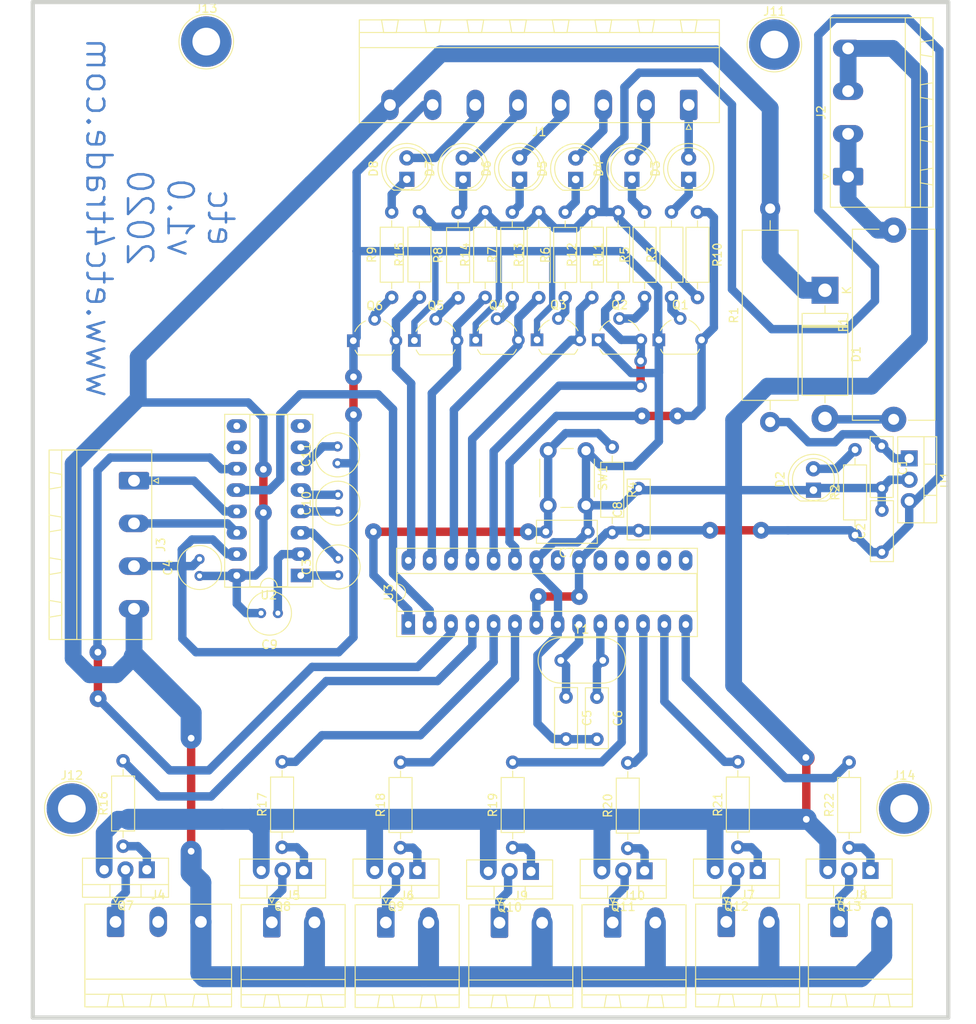
<source format=kicad_pcb>
(kicad_pcb (version 20171130) (host pcbnew "(5.1.6)-1")
  (layers (0 F.Cu signal) (31 B.Cu signal) (34 B.Paste user) (35 F.Paste user) (36 B.SilkS user) (37 F.SilkS user) (38 B.Mask user) (39 F.Mask user) (44 Edge.Cuts user))
  (net 0 "")
  (net 1 GND)
  (net 2 "Net-(C1-Pad1)")
  (net 3 +5V)
  (net 4 "Net-(C3-Pad2)")
  (net 5 "Net-(C3-Pad1)")
  (net 6 +12V)
  (net 7 "Net-(C5-Pad1)")
  (net 8 "Net-(C6-Pad1)")
  (net 9 "Net-(C7-Pad2)")
  (net 10 "Net-(C9-Pad1)")
  (net 11 "Net-(C10-Pad1)")
  (net 12 "Net-(C10-Pad2)")
  (net 13 "Net-(C11-Pad2)")
  (net 14 "Net-(D1-Pad2)")
  (net 15 "Net-(D2-Pad2)")
  (net 16 /S1)
  (net 17 "Net-(D3-Pad1)")
  (net 18 "Net-(D4-Pad1)")
  (net 19 /S2)
  (net 20 "Net-(D5-Pad1)")
  (net 21 /S3)
  (net 22 /S4)
  (net 23 "Net-(D6-Pad1)")
  (net 24 "Net-(D7-Pad1)")
  (net 25 /S5)
  (net 26 /S6)
  (net 27 "Net-(D8-Pad1)")
  (net 28 /v_ip)
  (net 29 /TX_T)
  (net 30 /RX_T)
  (net 31 /Valve)
  (net 32 "Net-(J4-Pad2)")
  (net 33 /OUT_P6)
  (net 34 /OUT_P5)
  (net 35 /OUT_P2)
  (net 36 /OUT_P1)
  (net 37 /OUT_P4)
  (net 38 /OUT_P3)
  (net 39 "Net-(Q1-Pad2)")
  (net 40 /IN_S_1)
  (net 41 /IN_S_2)
  (net 42 "Net-(Q2-Pad2)")
  (net 43 /IN_S_3)
  (net 44 "Net-(Q3-Pad2)")
  (net 45 /IN_S_4)
  (net 46 "Net-(Q4-Pad2)")
  (net 47 "Net-(Q5-Pad2)")
  (net 48 /IN_S_5)
  (net 49 "Net-(Q6-Pad2)")
  (net 50 /IN_S_6)
  (net 51 "Net-(Q7-Pad1)")
  (net 52 "Net-(Q8-Pad1)")
  (net 53 "Net-(Q9-Pad1)")
  (net 54 "Net-(Q10-Pad1)")
  (net 55 "Net-(Q11-Pad1)")
  (net 56 "Net-(Q12-Pad1)")
  (net 57 "Net-(Q13-Pad1)")
  (net 58 /Valve_MCU)
  (net 59 /P6_MCU)
  (net 60 /P5_MCU)
  (net 61 /P4_MCU)
  (net 62 /P3_MCU)
  (net 63 /P2_MCU)
  (net 64 /P1_MCU)
  (net 65 "Net-(U2-Pad9)")
  (net 66 "Net-(U2-Pad10)")
  (net 67 /TX)
  (net 68 /RX)
  (net 69 "Net-(U2-Pad7)")
  (net 70 "Net-(U2-Pad8)")
  (net 71 "Net-(U3-Pad15)")
  (net 72 "Net-(U3-Pad16)")
  (net 73 "Net-(U3-Pad17)")
  (net 74 "Net-(U3-Pad18)")
  (net 75 "Net-(U3-Pad19)")
  (net 76 "Net-(U3-Pad21)")
  (net 77 "Net-(J11-Pad1)")
  (net 78 "Net-(J12-Pad1)")
  (net 79 "Net-(J13-Pad1)")
  (net 80 "Net-(J14-Pad1)")
  (module LED_THT:LED_D5.0mm (layer F.Cu) (at 144.925 54.69 90)
    (fp_text reference D7 (at 1.27 -3.96 90) (layer F.SilkS))
    (fp_text value LED)
    (pad 1 thru_hole rect (at 0 0 90) (size 1.8 1.8) (drill 0.9) (layers *.Cu *.Mask) (net 24 "Net-(D7-Pad1)"))
    (pad 2 thru_hole circle (at 2.54 0 90) (size 1.8 1.8) (drill 0.9) (layers *.Cu *.Mask) (net 25 /S5))
  )
  (module Connector_Phoenix_MSTB:PhoenixContact_MSTBA_2,5_4-G-5,08_1x04_P5.08mm_Horizontal (layer F.Cu) (at 190.75 54.365 90)
    (fp_text reference J2 (at 7.62 -3.2 90) (layer F.SilkS))
    (fp_text value INPUT_PWR)
    (pad 4 thru_hole oval (at 15.24 0 90) (size 2.08 3.6) (drill 1.4) (layers *.Cu *.Mask) (net 1 GND))
    (pad 3 thru_hole oval (at 10.16 0 90) (size 2.08 3.6) (drill 1.4) (layers *.Cu *.Mask) (net 1 GND))
    (pad 2 thru_hole oval (at 5.08 0 90) (size 2.08 3.6) (drill 1.4) (layers *.Cu *.Mask) (net 28 /v_ip))
    (pad 1 thru_hole roundrect (at 0 0 90) (size 2.08 3.6) (drill 1.4) (layers *.Cu *.Mask) (roundrect_rratio 0.120192) (net 28 /v_ip))
  )
  (module LED_THT:LED_D5.0mm (layer F.Cu) (at 138.225 54.69 90)
    (fp_text reference D8 (at 1.27 -3.96 90) (layer F.SilkS))
    (fp_text value LED)
    (pad 2 thru_hole circle (at 2.54 0 90) (size 1.8 1.8) (drill 0.9) (layers *.Cu *.Mask) (net 26 /S6))
    (pad 1 thru_hole rect (at 0 0 90) (size 1.8 1.8) (drill 0.9) (layers *.Cu *.Mask) (net 27 "Net-(D8-Pad1)"))
  )
  (module Connector_Phoenix_MSTB:PhoenixContact_MSTBA_2,5_4-G-5,08_1x04_P5.08mm_Horizontal (layer F.Cu) (at 105.75 90.54 270)
    (fp_text reference J3 (at 7.62 -3.2 90) (layer F.SilkS))
    (fp_text value TO_USER_INTER)
    (pad 1 thru_hole roundrect (at 0 0 270) (size 2.08 3.6) (drill 1.4) (layers *.Cu *.Mask) (roundrect_rratio 0.120192) (net 30 /RX_T))
    (pad 2 thru_hole oval (at 5.08 0 270) (size 2.08 3.6) (drill 1.4) (layers *.Cu *.Mask) (net 29 /TX_T))
    (pad 3 thru_hole oval (at 10.16 0 270) (size 2.08 3.6) (drill 1.4) (layers *.Cu *.Mask) (net 1 GND))
    (pad 4 thru_hole oval (at 15.24 0 270) (size 2.08 3.6) (drill 1.4) (layers *.Cu *.Mask) (net 6 +12V))
  )
  (module Connector_Phoenix_MSTB:PhoenixContact_MSTBA_2,5_2-G-5,08_1x02_P5.08mm_Horizontal (layer F.Cu) (at 122.15 143.065)
    (fp_text reference J5 (at 2.54 -3.2) (layer F.SilkS))
    (fp_text value P6)
    (pad 2 thru_hole oval (at 5.08 0) (size 2.08 3.6) (drill 1.4) (layers *.Cu *.Mask) (net 6 +12V))
    (pad 1 thru_hole roundrect (at 0 0) (size 2.08 3.6) (drill 1.4) (layers *.Cu *.Mask) (roundrect_rratio 0.120192) (net 33 /OUT_P6))
  )
  (module Connector_Phoenix_MSTB:PhoenixContact_MSTBA_2,5_2-G-5,08_1x02_P5.08mm_Horizontal (layer F.Cu) (at 176.25 143.015)
    (fp_text reference J7 (at 2.54 -3.2) (layer F.SilkS))
    (fp_text value P2)
    (pad 1 thru_hole roundrect (at 0 0) (size 2.08 3.6) (drill 1.4) (layers *.Cu *.Mask) (roundrect_rratio 0.120192) (net 35 /OUT_P2))
    (pad 2 thru_hole oval (at 5.08 0) (size 2.08 3.6) (drill 1.4) (layers *.Cu *.Mask) (net 6 +12V))
  )
  (module Connector_Phoenix_MSTB:PhoenixContact_MSTBA_2,5_2-G-5,08_1x02_P5.08mm_Horizontal (layer F.Cu) (at 189.675 143.015)
    (fp_text reference J8 (at 2.54 -3.2) (layer F.SilkS))
    (fp_text value P1)
    (pad 1 thru_hole roundrect (at 0 0) (size 2.08 3.6) (drill 1.4) (layers *.Cu *.Mask) (roundrect_rratio 0.120192) (net 36 /OUT_P1))
    (pad 2 thru_hole oval (at 5.08 0) (size 2.08 3.6) (drill 1.4) (layers *.Cu *.Mask) (net 6 +12V))
  )
  (module Package_TO_SOT_THT:TO-220-3_Vertical (layer F.Cu) (at 125.975 136.915 180)
    (fp_text reference Q8 (at 2.54 -4.27) (layer F.SilkS))
    (fp_text value TIP41)
    (pad 3 thru_hole oval (at 5.08 0 180) (size 1.905 2) (drill 1.1) (layers *.Cu *.Mask) (net 1 GND))
    (pad 2 thru_hole oval (at 2.54 0 180) (size 1.905 2) (drill 1.1) (layers *.Cu *.Mask) (net 33 /OUT_P6))
    (pad 1 thru_hole rect (at 0 0 180) (size 1.905 2) (drill 1.1) (layers *.Cu *.Mask) (net 52 "Net-(Q8-Pad1)"))
  )
  (module Connector_Phoenix_MSTB:PhoenixContact_MSTBA_2,5_2-G-5,08_1x02_P5.08mm_Horizontal (layer F.Cu) (at 149.25 143.115)
    (fp_text reference J9 (at 2.54 -3.2) (layer F.SilkS))
    (fp_text value P4)
    (pad 1 thru_hole roundrect (at 0 0) (size 2.08 3.6) (drill 1.4) (layers *.Cu *.Mask) (roundrect_rratio 0.120192) (net 37 /OUT_P4))
    (pad 2 thru_hole oval (at 5.08 0) (size 2.08 3.6) (drill 1.4) (layers *.Cu *.Mask) (net 6 +12V))
  )
  (module Connector_Phoenix_MSTB:PhoenixContact_MSTBA_2,5_2-G-5,08_1x02_P5.08mm_Horizontal (layer F.Cu) (at 162.725 143.09)
    (fp_text reference J10 (at 2.54 -3.2) (layer F.SilkS))
    (fp_text value P3)
    (pad 2 thru_hole oval (at 5.08 0) (size 2.08 3.6) (drill 1.4) (layers *.Cu *.Mask) (net 6 +12V))
    (pad 1 thru_hole roundrect (at 0 0) (size 2.08 3.6) (drill 1.4) (layers *.Cu *.Mask) (roundrect_rratio 0.120192) (net 38 /OUT_P3))
  )
  (module Package_TO_SOT_THT:TO-220-3_Vertical (layer F.Cu) (at 107.275 136.815 180)
    (fp_text reference Q7 (at 2.54 -4.27) (layer F.SilkS))
    (fp_text value TIP41)
    (pad 1 thru_hole rect (at 0 0 180) (size 1.905 2) (drill 1.1) (layers *.Cu *.Mask) (net 51 "Net-(Q7-Pad1)"))
    (pad 2 thru_hole oval (at 2.54 0 180) (size 1.905 2) (drill 1.1) (layers *.Cu *.Mask) (net 31 /Valve))
    (pad 3 thru_hole oval (at 5.08 0 180) (size 1.905 2) (drill 1.1) (layers *.Cu *.Mask) (net 1 GND))
  )
  (module Connector_Phoenix_MSTB:PhoenixContact_MSTBA_2,5_3-G-5,08_1x03_P5.08mm_Horizontal (layer F.Cu) (at 103.55 143.015)
    (fp_text reference J4 (at 5.08 -3.2) (layer F.SilkS))
    (fp_text value Valve)
    (pad 1 thru_hole roundrect (at 0 0) (size 2.08 3.6) (drill 1.4) (layers *.Cu *.Mask) (roundrect_rratio 0.120192) (net 31 /Valve))
    (pad 2 thru_hole oval (at 5.08 0) (size 2.08 3.6) (drill 1.4) (layers *.Cu *.Mask) (net 32 "Net-(J4-Pad2)"))
    (pad 3 thru_hole oval (at 10.16 0) (size 2.08 3.6) (drill 1.4) (layers *.Cu *.Mask) (net 6 +12V))
  )
  (module Connector_Phoenix_MSTB:PhoenixContact_MSTBA_2,5_8-G-5,08_1x08_P5.08mm_Horizontal (layer F.Cu) (at 171.775 45.84 180)
    (fp_text reference J1 (at 17.78 -3.2) (layer F.SilkS))
    (fp_text value input_signal)
    (pad 1 thru_hole roundrect (at 0 0 180) (size 2.08 3.6) (drill 1.4) (layers *.Cu *.Mask) (roundrect_rratio 0.120192) (net 16 /S1))
    (pad 2 thru_hole oval (at 5.08 0 180) (size 2.08 3.6) (drill 1.4) (layers *.Cu *.Mask) (net 19 /S2))
    (pad 3 thru_hole oval (at 10.16 0 180) (size 2.08 3.6) (drill 1.4) (layers *.Cu *.Mask) (net 21 /S3))
    (pad 4 thru_hole oval (at 15.24 0 180) (size 2.08 3.6) (drill 1.4) (layers *.Cu *.Mask) (net 22 /S4))
    (pad 5 thru_hole oval (at 20.32 0 180) (size 2.08 3.6) (drill 1.4) (layers *.Cu *.Mask) (net 25 /S5))
    (pad 6 thru_hole oval (at 25.4 0 180) (size 2.08 3.6) (drill 1.4) (layers *.Cu *.Mask) (net 26 /S6))
    (pad 7 thru_hole oval (at 30.48 0 180) (size 2.08 3.6) (drill 1.4) (layers *.Cu *.Mask) (net 1 GND))
    (pad 8 thru_hole oval (at 35.56 0 180) (size 2.08 3.6) (drill 1.4) (layers *.Cu *.Mask) (net 6 +12V))
  )
  (module Connector_Phoenix_MSTB:PhoenixContact_MSTBA_2,5_2-G-5,08_1x02_P5.08mm_Horizontal (layer F.Cu) (at 135.725 143.09)
    (fp_text reference J6 (at 2.54 -3.2) (layer F.SilkS))
    (fp_text value P5)
    (pad 2 thru_hole oval (at 5.08 0) (size 2.08 3.6) (drill 1.4) (layers *.Cu *.Mask) (net 6 +12V))
    (pad 1 thru_hole roundrect (at 0 0) (size 2.08 3.6) (drill 1.4) (layers *.Cu *.Mask) (roundrect_rratio 0.120192) (net 34 /OUT_P5))
  )
  (module LED_THT:LED_D5.0mm (layer F.Cu) (at 165.025 54.69 90)
    (fp_text reference D4 (at 1.27 -3.96 90) (layer F.SilkS))
    (fp_text value LED)
    (pad 1 thru_hole rect (at 0 0 90) (size 1.8 1.8) (drill 0.9) (layers *.Cu *.Mask) (net 18 "Net-(D4-Pad1)"))
    (pad 2 thru_hole circle (at 2.54 0 90) (size 1.8 1.8) (drill 0.9) (layers *.Cu *.Mask) (net 19 /S2))
  )
  (module LED_THT:LED_D5.0mm (layer F.Cu) (at 158.325 54.705 90)
    (fp_text reference D5 (at 1.27 -3.96 90) (layer F.SilkS))
    (fp_text value LED)
    (pad 1 thru_hole rect (at 0 0 90) (size 1.8 1.8) (drill 0.9) (layers *.Cu *.Mask) (net 20 "Net-(D5-Pad1)"))
    (pad 2 thru_hole circle (at 2.54 0 90) (size 1.8 1.8) (drill 0.9) (layers *.Cu *.Mask) (net 21 /S3))
  )
  (module LED_THT:LED_D5.0mm (layer F.Cu) (at 151.65 54.68 90)
    (fp_text reference D6 (at 1.27 -3.96 90) (layer F.SilkS))
    (fp_text value LED)
    (pad 2 thru_hole circle (at 2.54 0 90) (size 1.8 1.8) (drill 0.9) (layers *.Cu *.Mask) (net 22 /S4))
    (pad 1 thru_hole rect (at 0 0 90) (size 1.8 1.8) (drill 0.9) (layers *.Cu *.Mask) (net 23 "Net-(D6-Pad1)"))
  )
  (module Fuse:Fuseholder_Cylinder-5x20mm_Schurter_0031_8201_Horizontal_Open (layer F.Cu) (at 196.175 83.24 90)
    (fp_text reference F1 (at 11.25 -6 90) (layer F.SilkS))
    (fp_text value Fuse)
    (pad 1 thru_hole circle (at 0 0 90) (size 3 3) (drill 1.3) (layers *.Cu *.Mask) (net 14 "Net-(D1-Pad2)"))
    (pad 2 thru_hole circle (at 22.5 0 90) (size 3 3) (drill 1.3) (layers *.Cu *.Mask) (net 28 /v_ip))
    (pad "" np_thru_hole circle (at 11.25 0 90) (size 2.7 2.7) (drill 2.7) (layers *.Cu *.Mask))
  )
  (module TestPoint:TestPoint_Plated_Hole_D5.0mm (layer F.Cu) (at 98.35 129.54)
    (fp_text reference J12 (at 0 -3.948) (layer F.SilkS))
    (fp_text value Screw_Terminal_01x01)
    (pad 1 thru_hole circle (at 0 0) (size 6 6) (drill 3.3) (layers *.Cu *.Mask) (net 78 "Net-(J12-Pad1)"))
  )
  (module Package_TO_SOT_THT:TO-92L_Wide (layer F.Cu) (at 131.85 73.89)
    (fp_text reference Q6 (at 2.55 -4.15) (layer F.SilkS))
    (fp_text value 2N2219)
    (pad 1 thru_hole rect (at 0 0 90) (size 1.5 1.5) (drill 0.8) (layers *.Cu *.Mask) (net 1 GND))
    (pad 3 thru_hole circle (at 5.08 0 90) (size 1.5 1.5) (drill 0.8) (layers *.Cu *.Mask) (net 50 /IN_S_6))
    (pad 2 thru_hole circle (at 2.54 -2.54 90) (size 1.5 1.5) (drill 0.8) (layers *.Cu *.Mask) (net 49 "Net-(Q6-Pad2)"))
  )
  (module TestPoint:TestPoint_Plated_Hole_D5.0mm (layer F.Cu) (at 197.425 129.54)
    (fp_text reference J14 (at 0 -3.948) (layer F.SilkS))
    (fp_text value Screw_Terminal_01x01)
    (pad 1 thru_hole circle (at 0 0) (size 6 6) (drill 3.3) (layers *.Cu *.Mask) (net 80 "Net-(J14-Pad1)"))
  )
  (module TestPoint:TestPoint_Plated_Hole_D5.0mm (layer F.Cu) (at 181.975 38.665)
    (fp_text reference J11 (at 0 -3.948) (layer F.SilkS))
    (fp_text value Screw_Terminal_01x01)
    (pad 1 thru_hole circle (at 0 0) (size 6 6) (drill 3.3) (layers *.Cu *.Mask) (net 77 "Net-(J11-Pad1)"))
  )
  (module Package_TO_SOT_THT:TO-92L_Wide (layer F.Cu) (at 139.125 73.865)
    (fp_text reference Q5 (at 2.55 -4.15) (layer F.SilkS))
    (fp_text value 2N2219)
    (pad 2 thru_hole circle (at 2.54 -2.54 90) (size 1.5 1.5) (drill 0.8) (layers *.Cu *.Mask) (net 47 "Net-(Q5-Pad2)"))
    (pad 3 thru_hole circle (at 5.08 0 90) (size 1.5 1.5) (drill 0.8) (layers *.Cu *.Mask) (net 48 /IN_S_5))
    (pad 1 thru_hole rect (at 0 0 90) (size 1.5 1.5) (drill 0.8) (layers *.Cu *.Mask) (net 1 GND))
  )
  (module TestPoint:TestPoint_Plated_Hole_D5.0mm (layer F.Cu) (at 114.35 38.315)
    (fp_text reference J13 (at 0 -3.948) (layer F.SilkS))
    (fp_text value Screw_Terminal_01x01)
    (pad 1 thru_hole circle (at 0 0) (size 6 6) (drill 3.3) (layers *.Cu *.Mask) (net 79 "Net-(J13-Pad1)"))
  )
  (module Package_TO_SOT_THT:TO-220-3_Vertical (layer F.Cu) (at 153 137.015 180)
    (fp_text reference Q10 (at 2.54 -4.27) (layer F.SilkS))
    (fp_text value TIP41)
    (pad 1 thru_hole rect (at 0 0 180) (size 1.905 2) (drill 1.1) (layers *.Cu *.Mask) (net 54 "Net-(Q10-Pad1)"))
    (pad 2 thru_hole oval (at 2.54 0 180) (size 1.905 2) (drill 1.1) (layers *.Cu *.Mask) (net 37 /OUT_P4))
    (pad 3 thru_hole oval (at 5.08 0 180) (size 1.905 2) (drill 1.1) (layers *.Cu *.Mask) (net 1 GND))
  )
  (module Package_TO_SOT_THT:TO-220-3_Vertical (layer F.Cu) (at 193.415 136.915 180)
    (fp_text reference Q13 (at 2.54 -4.27) (layer F.SilkS))
    (fp_text value TIP41)
    (pad 3 thru_hole oval (at 5.08 0 180) (size 1.905 2) (drill 1.1) (layers *.Cu *.Mask) (net 1 GND))
    (pad 2 thru_hole oval (at 2.54 0 180) (size 1.905 2) (drill 1.1) (layers *.Cu *.Mask) (net 36 /OUT_P1))
    (pad 1 thru_hole rect (at 0 0 180) (size 1.905 2) (drill 1.1) (layers *.Cu *.Mask) (net 57 "Net-(Q13-Pad1)"))
  )
  (module Package_TO_SOT_THT:TO-220-3_Vertical (layer F.Cu) (at 180 136.915 180)
    (fp_text reference Q12 (at 2.54 -4.27) (layer F.SilkS))
    (fp_text value TIP41)
    (pad 1 thru_hole rect (at 0 0 180) (size 1.905 2) (drill 1.1) (layers *.Cu *.Mask) (net 56 "Net-(Q12-Pad1)"))
    (pad 2 thru_hole oval (at 2.54 0 180) (size 1.905 2) (drill 1.1) (layers *.Cu *.Mask) (net 35 /OUT_P2))
    (pad 3 thru_hole oval (at 5.08 0 180) (size 1.905 2) (drill 1.1) (layers *.Cu *.Mask) (net 1 GND))
  )
  (module Package_TO_SOT_THT:TO-220-3_Vertical (layer F.Cu) (at 166.525 136.94 180)
    (fp_text reference Q11 (at 2.54 -4.27) (layer F.SilkS))
    (fp_text value TIP41)
    (pad 3 thru_hole oval (at 5.08 0 180) (size 1.905 2) (drill 1.1) (layers *.Cu *.Mask) (net 1 GND))
    (pad 2 thru_hole oval (at 2.54 0 180) (size 1.905 2) (drill 1.1) (layers *.Cu *.Mask) (net 38 /OUT_P3))
    (pad 1 thru_hole rect (at 0 0 180) (size 1.905 2) (drill 1.1) (layers *.Cu *.Mask) (net 55 "Net-(Q11-Pad1)"))
  )
  (module Resistor_THT:R_Axial_DIN0207_L6.3mm_D2.5mm_P10.16mm_Horizontal (layer F.Cu) (at 157.075 68.765 90)
    (fp_text reference R6 (at 5.08 -2.37 90) (layer F.SilkS))
    (fp_text value 2K)
    (pad 1 thru_hole circle (at 0 0 90) (size 1.6 1.6) (drill 0.8) (layers *.Cu *.Mask) (net 44 "Net-(Q3-Pad2)"))
    (pad 2 thru_hole oval (at 10.16 0 90) (size 1.6 1.6) (drill 0.8) (layers *.Cu *.Mask) (net 20 "Net-(D5-Pad1)"))
  )
  (module Resistor_THT:R_Axial_DIN0207_L6.3mm_D2.5mm_P10.16mm_Horizontal (layer F.Cu) (at 144.325 68.79 90)
    (fp_text reference R8 (at 5.08 -2.37 90) (layer F.SilkS))
    (fp_text value 2K)
    (pad 1 thru_hole circle (at 0 0 90) (size 1.6 1.6) (drill 0.8) (layers *.Cu *.Mask) (net 47 "Net-(Q5-Pad2)"))
    (pad 2 thru_hole oval (at 10.16 0 90) (size 1.6 1.6) (drill 0.8) (layers *.Cu *.Mask) (net 24 "Net-(D7-Pad1)"))
  )
  (module Resistor_THT:R_Axial_DIN0207_L6.3mm_D2.5mm_P10.16mm_Horizontal (layer F.Cu) (at 162.675 86.54 270)
    (fp_text reference R4 (at 5.08 -2.37 90) (layer F.SilkS))
    (fp_text value 10K)
    (pad 1 thru_hole circle (at 0 0 270) (size 1.6 1.6) (drill 0.8) (layers *.Cu *.Mask) (net 9 "Net-(C7-Pad2)"))
    (pad 2 thru_hole oval (at 10.16 0 270) (size 1.6 1.6) (drill 0.8) (layers *.Cu *.Mask) (net 3 +5V))
  )
  (module Resistor_THT:R_Axial_DIN0207_L6.3mm_D2.5mm_P10.16mm_Horizontal (layer F.Cu) (at 150.775 68.765 90)
    (fp_text reference R7 (at 5.08 -2.37 90) (layer F.SilkS))
    (fp_text value 2K)
    (pad 2 thru_hole oval (at 10.16 0 90) (size 1.6 1.6) (drill 0.8) (layers *.Cu *.Mask) (net 23 "Net-(D6-Pad1)"))
    (pad 1 thru_hole circle (at 0 0 90) (size 1.6 1.6) (drill 0.8) (layers *.Cu *.Mask) (net 46 "Net-(Q4-Pad2)"))
  )
  (module Resistor_THT:R_Axial_DIN0207_L6.3mm_D2.5mm_P10.16mm_Horizontal (layer F.Cu) (at 163.375 68.74 90)
    (fp_text reference R11 (at 5.08 -2.37 90) (layer F.SilkS))
    (fp_text value 10K)
    (pad 1 thru_hole circle (at 0 0 90) (size 1.6 1.6) (drill 0.8) (layers *.Cu *.Mask) (net 41 /IN_S_2))
    (pad 2 thru_hole oval (at 10.16 0 90) (size 1.6 1.6) (drill 0.8) (layers *.Cu *.Mask) (net 3 +5V))
  )
  (module Resistor_THT:R_Axial_DIN0207_L6.3mm_D2.5mm_P10.16mm_Horizontal (layer F.Cu) (at 191.575 97.015 90)
    (fp_text reference R2 (at 5.08 -2.37 90) (layer F.SilkS))
    (fp_text value 330)
    (pad 2 thru_hole oval (at 10.16 0 90) (size 1.6 1.6) (drill 0.8) (layers *.Cu *.Mask) (net 15 "Net-(D2-Pad2)"))
    (pad 1 thru_hole circle (at 0 0 90) (size 1.6 1.6) (drill 0.8) (layers *.Cu *.Mask) (net 3 +5V))
  )
  (module Resistor_THT:R_Axial_DIN0207_L6.3mm_D2.5mm_P10.16mm_Horizontal (layer F.Cu) (at 172.825 58.59 270)
    (fp_text reference R10 (at 5.08 -2.37 90) (layer F.SilkS))
    (fp_text value 10K)
    (pad 2 thru_hole oval (at 10.16 0 270) (size 1.6 1.6) (drill 0.8) (layers *.Cu *.Mask) (net 3 +5V))
    (pad 1 thru_hole circle (at 0 0 270) (size 1.6 1.6) (drill 0.8) (layers *.Cu *.Mask) (net 40 /IN_S_1))
  )
  (module Resistor_THT:R_Axial_DIN0207_L6.3mm_D2.5mm_P10.16mm_Horizontal (layer F.Cu) (at 153.925 68.765 90)
    (fp_text reference R13 (at 5.08 -2.37 90) (layer F.SilkS))
    (fp_text value 10K)
    (pad 1 thru_hole circle (at 0 0 90) (size 1.6 1.6) (drill 0.8) (layers *.Cu *.Mask) (net 45 /IN_S_4))
    (pad 2 thru_hole oval (at 10.16 0 90) (size 1.6 1.6) (drill 0.8) (layers *.Cu *.Mask) (net 3 +5V))
  )
  (module Resistor_THT:R_Axial_DIN0207_L6.3mm_D2.5mm_P10.16mm_Horizontal (layer F.Cu) (at 160.25 68.74 90)
    (fp_text reference R12 (at 5.08 -2.37 90) (layer F.SilkS))
    (fp_text value 10K)
    (pad 2 thru_hole oval (at 10.16 0 90) (size 1.6 1.6) (drill 0.8) (layers *.Cu *.Mask) (net 3 +5V))
    (pad 1 thru_hole circle (at 0 0 90) (size 1.6 1.6) (drill 0.8) (layers *.Cu *.Mask) (net 43 /IN_S_3))
  )
  (module Package_TO_SOT_THT:TO-220-3_Vertical (layer F.Cu) (at 139.475 136.915 180)
    (fp_text reference Q9 (at 2.54 -4.27) (layer F.SilkS))
    (fp_text value TIP41)
    (pad 1 thru_hole rect (at 0 0 180) (size 1.905 2) (drill 1.1) (layers *.Cu *.Mask) (net 53 "Net-(Q9-Pad1)"))
    (pad 2 thru_hole oval (at 2.54 0 180) (size 1.905 2) (drill 1.1) (layers *.Cu *.Mask) (net 34 /OUT_P5))
    (pad 3 thru_hole oval (at 5.08 0 180) (size 1.905 2) (drill 1.1) (layers *.Cu *.Mask) (net 1 GND))
  )
  (module Resistor_THT:R_Axial_DIN0207_L6.3mm_D2.5mm_P10.16mm_Horizontal (layer F.Cu) (at 169.725 68.74 90)
    (fp_text reference R3 (at 5.08 -2.37 90) (layer F.SilkS))
    (fp_text value 2K)
    (pad 1 thru_hole circle (at 0 0 90) (size 1.6 1.6) (drill 0.8) (layers *.Cu *.Mask) (net 39 "Net-(Q1-Pad2)"))
    (pad 2 thru_hole oval (at 10.16 0 90) (size 1.6 1.6) (drill 0.8) (layers *.Cu *.Mask) (net 17 "Net-(D3-Pad1)"))
  )
  (module Resistor_THT:R_Axial_Power_L20.0mm_W6.4mm_P25.40mm (layer F.Cu) (at 181.475 83.565 90)
    (fp_text reference R1 (at 12.7 -4.32 90) (layer F.SilkS))
    (fp_text value 10/2W)
    (pad 1 thru_hole circle (at 0 0 90) (size 2.4 2.4) (drill 1.2) (layers *.Cu *.Mask) (net 2 "Net-(C1-Pad1)"))
    (pad 2 thru_hole oval (at 25.4 0 90) (size 2.4 2.4) (drill 1.2) (layers *.Cu *.Mask) (net 6 +12V))
  )
  (module Resistor_THT:R_Axial_DIN0207_L6.3mm_D2.5mm_P10.16mm_Horizontal (layer F.Cu) (at 166.525 68.75 90)
    (fp_text reference R5 (at 5.08 -2.37 90) (layer F.SilkS))
    (fp_text value 2K)
    (pad 2 thru_hole oval (at 10.16 0 90) (size 1.6 1.6) (drill 0.8) (layers *.Cu *.Mask) (net 18 "Net-(D4-Pad1)"))
    (pad 1 thru_hole circle (at 0 0 90) (size 1.6 1.6) (drill 0.8) (layers *.Cu *.Mask) (net 42 "Net-(Q2-Pad2)"))
  )
  (module Resistor_THT:R_Axial_DIN0207_L6.3mm_D2.5mm_P10.16mm_Horizontal (layer F.Cu) (at 136.425 68.74 90)
    (fp_text reference R9 (at 5.08 -2.37 90) (layer F.SilkS))
    (fp_text value 2K)
    (pad 1 thru_hole circle (at 0 0 90) (size 1.6 1.6) (drill 0.8) (layers *.Cu *.Mask) (net 49 "Net-(Q6-Pad2)"))
    (pad 2 thru_hole oval (at 10.16 0 90) (size 1.6 1.6) (drill 0.8) (layers *.Cu *.Mask) (net 27 "Net-(D8-Pad1)"))
  )
  (module Package_TO_SOT_THT:TO-220-3_Vertical (layer F.Cu) (at 198.025 87.89 270)
    (fp_text reference U1 (at 2.54 -4.27 90) (layer F.SilkS))
    (fp_text value L7805)
    (pad 3 thru_hole oval (at 5.08 0 270) (size 1.905 2) (drill 1.1) (layers *.Cu *.Mask) (net 3 +5V))
    (pad 2 thru_hole oval (at 2.54 0 270) (size 1.905 2) (drill 1.1) (layers *.Cu *.Mask) (net 1 GND))
    (pad 1 thru_hole rect (at 0 0 270) (size 1.905 2) (drill 1.1) (layers *.Cu *.Mask) (net 2 "Net-(C1-Pad1)"))
  )
  (module Package_TO_SOT_THT:TO-92L_Wide (layer F.Cu) (at 153.725 73.79)
    (fp_text reference Q3 (at 2.55 -4.15) (layer F.SilkS))
    (fp_text value 2N2219)
    (pad 2 thru_hole circle (at 2.54 -2.54 90) (size 1.5 1.5) (drill 0.8) (layers *.Cu *.Mask) (net 44 "Net-(Q3-Pad2)"))
    (pad 3 thru_hole circle (at 5.08 0 90) (size 1.5 1.5) (drill 0.8) (layers *.Cu *.Mask) (net 43 /IN_S_3))
    (pad 1 thru_hole rect (at 0 0 90) (size 1.5 1.5) (drill 0.8) (layers *.Cu *.Mask) (net 1 GND))
  )
  (module Package_TO_SOT_THT:TO-92L_Wide (layer F.Cu) (at 161 73.79)
    (fp_text reference Q2 (at 2.55 -4.15) (layer F.SilkS))
    (fp_text value 2N2219)
    (pad 2 thru_hole circle (at 2.54 -2.54 90) (size 1.5 1.5) (drill 0.8) (layers *.Cu *.Mask) (net 42 "Net-(Q2-Pad2)"))
    (pad 3 thru_hole circle (at 5.08 0 90) (size 1.5 1.5) (drill 0.8) (layers *.Cu *.Mask) (net 41 /IN_S_2))
    (pad 1 thru_hole rect (at 0 0 90) (size 1.5 1.5) (drill 0.8) (layers *.Cu *.Mask) (net 1 GND))
  )
  (module Package_TO_SOT_THT:TO-92L_Wide (layer F.Cu) (at 146.425 73.815)
    (fp_text reference Q4 (at 2.55 -4.15) (layer F.SilkS))
    (fp_text value 2N2219)
    (pad 1 thru_hole rect (at 0 0 90) (size 1.5 1.5) (drill 0.8) (layers *.Cu *.Mask) (net 1 GND))
    (pad 3 thru_hole circle (at 5.08 0 90) (size 1.5 1.5) (drill 0.8) (layers *.Cu *.Mask) (net 45 /IN_S_4))
    (pad 2 thru_hole circle (at 2.54 -2.54 90) (size 1.5 1.5) (drill 0.8) (layers *.Cu *.Mask) (net 46 "Net-(Q4-Pad2)"))
  )
  (module Package_DIP:DIP-16_W7.62mm_Socket_LongPads (layer F.Cu) (at 125.6 101.815 180)
    (fp_text reference U2 (at 3.81 -2.33) (layer F.SilkS))
    (fp_text value MAX232)
    (pad 1 thru_hole rect (at 0 0 180) (size 2.4 1.6) (drill 0.8) (layers *.Cu *.Mask) (net 5 "Net-(C3-Pad1)"))
    (pad 9 thru_hole oval (at 7.62 17.78 180) (size 2.4 1.6) (drill 0.8) (layers *.Cu *.Mask) (net 65 "Net-(U2-Pad9)"))
    (pad 2 thru_hole oval (at 0 2.54 180) (size 2.4 1.6) (drill 0.8) (layers *.Cu *.Mask) (net 10 "Net-(C9-Pad1)"))
    (pad 10 thru_hole oval (at 7.62 15.24 180) (size 2.4 1.6) (drill 0.8) (layers *.Cu *.Mask) (net 66 "Net-(U2-Pad10)"))
    (pad 3 thru_hole oval (at 0 5.08 180) (size 2.4 1.6) (drill 0.8) (layers *.Cu *.Mask) (net 4 "Net-(C3-Pad2)"))
    (pad 11 thru_hole oval (at 7.62 12.7 180) (size 2.4 1.6) (drill 0.8) (layers *.Cu *.Mask) (net 67 /TX))
    (pad 4 thru_hole oval (at 0 7.62 180) (size 2.4 1.6) (drill 0.8) (layers *.Cu *.Mask) (net 11 "Net-(C10-Pad1)"))
    (pad 12 thru_hole oval (at 7.62 10.16 180) (size 2.4 1.6) (drill 0.8) (layers *.Cu *.Mask) (net 68 /RX))
    (pad 5 thru_hole oval (at 0 10.16 180) (size 2.4 1.6) (drill 0.8) (layers *.Cu *.Mask) (net 12 "Net-(C10-Pad2)"))
    (pad 13 thru_hole oval (at 7.62 7.62 180) (size 2.4 1.6) (drill 0.8) (layers *.Cu *.Mask) (net 30 /RX_T))
    (pad 6 thru_hole oval (at 0 12.7 180) (size 2.4 1.6) (drill 0.8) (layers *.Cu *.Mask) (net 13 "Net-(C11-Pad2)"))
    (pad 14 thru_hole oval (at 7.62 5.08 180) (size 2.4 1.6) (drill 0.8) (layers *.Cu *.Mask) (net 29 /TX_T))
    (pad 7 thru_hole oval (at 0 15.24 180) (size 2.4 1.6) (drill 0.8) (layers *.Cu *.Mask) (net 69 "Net-(U2-Pad7)"))
    (pad 15 thru_hole oval (at 7.62 2.54 180) (size 2.4 1.6) (drill 0.8) (layers *.Cu *.Mask) (net 1 GND))
    (pad 8 thru_hole oval (at 0 17.78 180) (size 2.4 1.6) (drill 0.8) (layers *.Cu *.Mask) (net 70 "Net-(U2-Pad8)"))
    (pad 16 thru_hole oval (at 7.62 0 180) (size 2.4 1.6) (drill 0.8) (layers *.Cu *.Mask) (net 6 +12V))
  )
  (module Package_TO_SOT_THT:TO-92L_Wide (layer F.Cu) (at 168.225 73.79)
    (fp_text reference Q1 (at 2.55 -4.15) (layer F.SilkS))
    (fp_text value 2N2219)
    (pad 2 thru_hole circle (at 2.54 -2.54 90) (size 1.5 1.5) (drill 0.8) (layers *.Cu *.Mask) (net 39 "Net-(Q1-Pad2)"))
    (pad 3 thru_hole circle (at 5.08 0 90) (size 1.5 1.5) (drill 0.8) (layers *.Cu *.Mask) (net 40 /IN_S_1))
    (pad 1 thru_hole rect (at 0 0 90) (size 1.5 1.5) (drill 0.8) (layers *.Cu *.Mask) (net 1 GND))
  )
  (module Resistor_THT:R_Axial_DIN0207_L6.3mm_D2.5mm_P10.16mm_Horizontal (layer F.Cu) (at 150.825 134.19 90)
    (fp_text reference R19 (at 5.08 -2.37 90) (layer F.SilkS))
    (fp_text value 1K)
    (pad 2 thru_hole oval (at 10.16 0 90) (size 1.6 1.6) (drill 0.8) (layers *.Cu *.Mask) (net 61 /P4_MCU))
    (pad 1 thru_hole circle (at 0 0 90) (size 1.6 1.6) (drill 0.8) (layers *.Cu *.Mask) (net 54 "Net-(Q10-Pad1)"))
  )
  (module Resistor_THT:R_Axial_DIN0207_L6.3mm_D2.5mm_P10.16mm_Horizontal (layer F.Cu) (at 147.55 68.74 90)
    (fp_text reference R14 (at 5.08 -2.37 90) (layer F.SilkS))
    (fp_text value 10K)
    (pad 2 thru_hole oval (at 10.16 0 90) (size 1.6 1.6) (drill 0.8) (layers *.Cu *.Mask) (net 3 +5V))
    (pad 1 thru_hole circle (at 0 0 90) (size 1.6 1.6) (drill 0.8) (layers *.Cu *.Mask) (net 48 /IN_S_5))
  )
  (module Resistor_THT:R_Axial_DIN0207_L6.3mm_D2.5mm_P10.16mm_Horizontal (layer F.Cu) (at 164.525 134.265 90)
    (fp_text reference R20 (at 5.08 -2.37 90) (layer F.SilkS))
    (fp_text value 1K)
    (pad 1 thru_hole circle (at 0 0 90) (size 1.6 1.6) (drill 0.8) (layers *.Cu *.Mask) (net 55 "Net-(Q11-Pad1)"))
    (pad 2 thru_hole oval (at 10.16 0 90) (size 1.6 1.6) (drill 0.8) (layers *.Cu *.Mask) (net 62 /P3_MCU))
  )
  (module Resistor_THT:R_Axial_DIN0207_L6.3mm_D2.5mm_P10.16mm_Horizontal (layer F.Cu) (at 177.625 134.14 90)
    (fp_text reference R21 (at 5.08 -2.37 90) (layer F.SilkS))
    (fp_text value 1K)
    (pad 1 thru_hole circle (at 0 0 90) (size 1.6 1.6) (drill 0.8) (layers *.Cu *.Mask) (net 56 "Net-(Q12-Pad1)"))
    (pad 2 thru_hole oval (at 10.16 0 90) (size 1.6 1.6) (drill 0.8) (layers *.Cu *.Mask) (net 63 /P2_MCU))
  )
  (module Resistor_THT:R_Axial_DIN0207_L6.3mm_D2.5mm_P10.16mm_Horizontal (layer F.Cu) (at 104.45 134.015 90)
    (fp_text reference R16 (at 5.08 -2.37 90) (layer F.SilkS))
    (fp_text value 1K)
    (pad 2 thru_hole oval (at 10.16 0 90) (size 1.6 1.6) (drill 0.8) (layers *.Cu *.Mask) (net 58 /Valve_MCU))
    (pad 1 thru_hole circle (at 0 0 90) (size 1.6 1.6) (drill 0.8) (layers *.Cu *.Mask) (net 51 "Net-(Q7-Pad1)"))
  )
  (module Resistor_THT:R_Axial_DIN0207_L6.3mm_D2.5mm_P10.16mm_Horizontal (layer F.Cu) (at 137.475 134.19 90)
    (fp_text reference R18 (at 5.08 -2.37 90) (layer F.SilkS))
    (fp_text value 1K)
    (pad 1 thru_hole circle (at 0 0 90) (size 1.6 1.6) (drill 0.8) (layers *.Cu *.Mask) (net 53 "Net-(Q9-Pad1)"))
    (pad 2 thru_hole oval (at 10.16 0 90) (size 1.6 1.6) (drill 0.8) (layers *.Cu *.Mask) (net 60 /P5_MCU))
  )
  (module Resistor_THT:R_Axial_DIN0207_L6.3mm_D2.5mm_P10.16mm_Horizontal (layer F.Cu) (at 139.725 68.715 90)
    (fp_text reference R15 (at 5.08 -2.37 90) (layer F.SilkS))
    (fp_text value 10K)
    (pad 1 thru_hole circle (at 0 0 90) (size 1.6 1.6) (drill 0.8) (layers *.Cu *.Mask) (net 50 /IN_S_6))
    (pad 2 thru_hole oval (at 10.16 0 90) (size 1.6 1.6) (drill 0.8) (layers *.Cu *.Mask) (net 3 +5V))
  )
  (module Resistor_THT:R_Axial_DIN0207_L6.3mm_D2.5mm_P10.16mm_Horizontal (layer F.Cu) (at 123.375 134.14 90)
    (fp_text reference R17 (at 5.08 -2.37 90) (layer F.SilkS))
    (fp_text value 1K)
    (pad 2 thru_hole oval (at 10.16 0 90) (size 1.6 1.6) (drill 0.8) (layers *.Cu *.Mask) (net 59 /P6_MCU))
    (pad 1 thru_hole circle (at 0 0 90) (size 1.6 1.6) (drill 0.8) (layers *.Cu *.Mask) (net 52 "Net-(Q8-Pad1)"))
  )
  (module Resistor_THT:R_Axial_DIN0207_L6.3mm_D2.5mm_P10.16mm_Horizontal (layer F.Cu) (at 190.875 134.19 90)
    (fp_text reference R22 (at 5.08 -2.37 90) (layer F.SilkS))
    (fp_text value 1K)
    (pad 2 thru_hole oval (at 10.16 0 90) (size 1.6 1.6) (drill 0.8) (layers *.Cu *.Mask) (net 64 /P1_MCU))
    (pad 1 thru_hole circle (at 0 0 90) (size 1.6 1.6) (drill 0.8) (layers *.Cu *.Mask) (net 57 "Net-(Q13-Pad1)"))
  )
  (module Button_Switch_THT:SW_PUSH_6mm_H7.3mm (layer F.Cu) (at 159.55 86.965 270)
    (fp_text reference SW1 (at 3.25 -2 90) (layer F.SilkS))
    (fp_text value SW_Push)
    (pad 2 thru_hole circle (at 0 4.5) (size 2 2) (drill 1.1) (layers *.Cu *.Mask) (net 9 "Net-(C7-Pad2)"))
    (pad 1 thru_hole circle (at 0 0) (size 2 2) (drill 1.1) (layers *.Cu *.Mask) (net 1 GND))
    (pad 2 thru_hole circle (at 6.5 4.5) (size 2 2) (drill 1.1) (layers *.Cu *.Mask) (net 9 "Net-(C7-Pad2)"))
    (pad 1 thru_hole circle (at 6.5 0) (size 2 2) (drill 1.1) (layers *.Cu *.Mask) (net 1 GND))
  )
  (module Crystal:Resonator-2Pin_W10.0mm_H5.0mm (layer F.Cu) (at 156.55 111.915)
    (fp_text reference Y1 (at 2.5 -3.7) (layer F.SilkS))
    (fp_text value 16MH)
    (pad 1 thru_hole circle (at 0 0) (size 1.5 1.5) (drill 0.8) (layers *.Cu *.Mask) (net 7 "Net-(C5-Pad1)"))
    (pad 2 thru_hole circle (at 5 0) (size 1.5 1.5) (drill 0.8) (layers *.Cu *.Mask) (net 8 "Net-(C6-Pad1)"))
  )
  (module Package_DIP:DIP-28_W7.62mm_Socket_LongPads (layer F.Cu) (at 138.4 107.64 90)
    (fp_text reference U3 (at 3.81 -2.33 90) (layer F.SilkS))
    (fp_text value ATmega328-PU)
    (pad 1 thru_hole rect (at 0 0 90) (size 2.4 1.6) (drill 0.8) (layers *.Cu *.Mask) (net 9 "Net-(C7-Pad2)"))
    (pad 15 thru_hole oval (at 7.62 33.02 90) (size 2.4 1.6) (drill 0.8) (layers *.Cu *.Mask) (net 71 "Net-(U3-Pad15)"))
    (pad 2 thru_hole oval (at 0 2.54 90) (size 2.4 1.6) (drill 0.8) (layers *.Cu *.Mask) (net 68 /RX))
    (pad 16 thru_hole oval (at 7.62 30.48 90) (size 2.4 1.6) (drill 0.8) (layers *.Cu *.Mask) (net 72 "Net-(U3-Pad16)"))
    (pad 3 thru_hole oval (at 0 5.08 90) (size 2.4 1.6) (drill 0.8) (layers *.Cu *.Mask) (net 67 /TX))
    (pad 17 thru_hole oval (at 7.62 27.94 90) (size 2.4 1.6) (drill 0.8) (layers *.Cu *.Mask) (net 73 "Net-(U3-Pad17)"))
    (pad 4 thru_hole oval (at 0 7.62 90) (size 2.4 1.6) (drill 0.8) (layers *.Cu *.Mask) (net 58 /Valve_MCU))
    (pad 18 thru_hole oval (at 7.62 25.4 90) (size 2.4 1.6) (drill 0.8) (layers *.Cu *.Mask) (net 74 "Net-(U3-Pad18)"))
    (pad 5 thru_hole oval (at 0 10.16 90) (size 2.4 1.6) (drill 0.8) (layers *.Cu *.Mask) (net 59 /P6_MCU))
    (pad 19 thru_hole oval (at 7.62 22.86 90) (size 2.4 1.6) (drill 0.8) (layers *.Cu *.Mask) (net 75 "Net-(U3-Pad19)"))
    (pad 6 thru_hole oval (at 0 12.7 90) (size 2.4 1.6) (drill 0.8) (layers *.Cu *.Mask) (net 60 /P5_MCU))
    (pad 20 thru_hole oval (at 7.62 20.32 90) (size 2.4 1.6) (drill 0.8) (layers *.Cu *.Mask) (net 3 +5V))
    (pad 7 thru_hole oval (at 0 15.24 90) (size 2.4 1.6) (drill 0.8) (layers *.Cu *.Mask) (net 3 +5V))
    (pad 21 thru_hole oval (at 7.62 17.78 90) (size 2.4 1.6) (drill 0.8) (layers *.Cu *.Mask) (net 76 "Net-(U3-Pad21)"))
    (pad 8 thru_hole oval (at 0 17.78 90) (size 2.4 1.6) (drill 0.8) (layers *.Cu *.Mask) (net 1 GND))
    (pad 22 thru_hole oval (at 7.62 15.24 90) (size 2.4 1.6) (drill 0.8) (layers *.Cu *.Mask) (net 1 GND))
    (pad 9 thru_hole oval (at 0 20.32 90) (size 2.4 1.6) (drill 0.8) (layers *.Cu *.Mask) (net 7 "Net-(C5-Pad1)"))
    (pad 23 thru_hole oval (at 7.62 12.7 90) (size 2.4 1.6) (drill 0.8) (layers *.Cu *.Mask) (net 40 /IN_S_1))
    (pad 10 thru_hole oval (at 0 22.86 90) (size 2.4 1.6) (drill 0.8) (layers *.Cu *.Mask) (net 8 "Net-(C6-Pad1)"))
    (pad 24 thru_hole oval (at 7.62 10.16 90) (size 2.4 1.6) (drill 0.8) (layers *.Cu *.Mask) (net 41 /IN_S_2))
    (pad 11 thru_hole oval (at 0 25.4 90) (size 2.4 1.6) (drill 0.8) (layers *.Cu *.Mask) (net 61 /P4_MCU))
    (pad 25 thru_hole oval (at 7.62 7.62 90) (size 2.4 1.6) (drill 0.8) (layers *.Cu *.Mask) (net 43 /IN_S_3))
    (pad 12 thru_hole oval (at 0 27.94 90) (size 2.4 1.6) (drill 0.8) (layers *.Cu *.Mask) (net 62 /P3_MCU))
    (pad 26 thru_hole oval (at 7.62 5.08 90) (size 2.4 1.6) (drill 0.8) (layers *.Cu *.Mask) (net 45 /IN_S_4))
    (pad 13 thru_hole oval (at 0 30.48 90) (size 2.4 1.6) (drill 0.8) (layers *.Cu *.Mask) (net 63 /P2_MCU))
    (pad 27 thru_hole oval (at 7.62 2.54 90) (size 2.4 1.6) (drill 0.8) (layers *.Cu *.Mask) (net 48 /IN_S_5))
    (pad 14 thru_hole oval (at 0 33.02 90) (size 2.4 1.6) (drill 0.8) (layers *.Cu *.Mask) (net 64 /P1_MCU))
    (pad 28 thru_hole oval (at 7.62 0 90) (size 2.4 1.6) (drill 0.8) (layers *.Cu *.Mask) (net 50 /IN_S_6))
  )
  (module Diode_THT:D_DO-201AD_P15.24mm_Horizontal (layer F.Cu) (at 188 67.89 270)
    (fp_text reference D1 (at 7.62 -3.72 90) (layer F.SilkS))
    (fp_text value 1N5407)
    (fp_text user K (at 0 -2.6 90) (layer F.SilkS))
    (pad 1 thru_hole rect (at 0 0 270) (size 3.2 3.2) (drill 1.6) (layers *.Cu *.Mask) (net 6 +12V))
    (pad 2 thru_hole oval (at 15.24 0 270) (size 3.2 3.2) (drill 1.6) (layers *.Cu *.Mask) (net 14 "Net-(D1-Pad2)"))
  )
  (module LED_THT:LED_D5.0mm (layer F.Cu) (at 171.775 54.69 90)
    (fp_text reference D3 (at 1.27 -3.96 90) (layer F.SilkS))
    (fp_text value LED)
    (pad 2 thru_hole circle (at 2.54 0 90) (size 1.8 1.8) (drill 0.9) (layers *.Cu *.Mask) (net 16 /S1))
    (pad 1 thru_hole rect (at 0 0 90) (size 1.8 1.8) (drill 0.9) (layers *.Cu *.Mask) (net 17 "Net-(D3-Pad1)"))
  )
  (module LED_THT:LED_D5.0mm (layer F.Cu) (at 186.625 91.665 90)
    (fp_text reference D2 (at 1.27 -3.96 90) (layer F.SilkS))
    (fp_text value LED)
    (pad 1 thru_hole rect (at 0 0 90) (size 1.8 1.8) (drill 0.9) (layers *.Cu *.Mask) (net 1 GND))
    (pad 2 thru_hole circle (at 2.54 0 90) (size 1.8 1.8) (drill 0.9) (layers *.Cu *.Mask) (net 15 "Net-(D2-Pad2)"))
  )
  (module Capacitor_THT:C_Radial_D5.0mm_H5.0mm_P2.00mm (layer F.Cu) (at 122.875 106.29 180)
    (fp_text reference C9 (at 1 -3.75) (layer F.SilkS))
    (fp_text value 1uF)
    (pad 2 thru_hole circle (at 2 0 180) (size 1.2 1.2) (drill 0.6) (layers *.Cu *.Mask) (net 6 +12V))
    (pad 1 thru_hole circle (at 0 0 180) (size 1.2 1.2) (drill 0.6) (layers *.Cu *.Mask) (net 10 "Net-(C9-Pad1)"))
  )
  (module Capacitor_THT:C_Disc_D7.0mm_W2.5mm_P5.00mm (layer F.Cu) (at 194.75 86.415 270)
    (fp_text reference C1 (at 2.5 -2.5 90) (layer F.SilkS))
    (fp_text value 334)
    (pad 2 thru_hole circle (at 5 0 270) (size 1.6 1.6) (drill 0.8) (layers *.Cu *.Mask) (net 1 GND))
    (pad 1 thru_hole circle (at 0 0 270) (size 1.6 1.6) (drill 0.8) (layers *.Cu *.Mask) (net 2 "Net-(C1-Pad1)"))
  )
  (module Capacitor_THT:C_Disc_D7.0mm_W2.5mm_P5.00mm (layer F.Cu) (at 194.775 99.04 90)
    (fp_text reference C2 (at 2.5 -2.5 90) (layer F.SilkS))
    (fp_text value 104)
    (pad 1 thru_hole circle (at 0 0 90) (size 1.6 1.6) (drill 0.8) (layers *.Cu *.Mask) (net 3 +5V))
    (pad 2 thru_hole circle (at 5 0 90) (size 1.6 1.6) (drill 0.8) (layers *.Cu *.Mask) (net 1 GND))
  )
  (module Capacitor_THT:C_Radial_D5.0mm_H5.0mm_P2.00mm (layer F.Cu) (at 130.05 101.79 90)
    (fp_text reference C3 (at 1 -3.75 90) (layer F.SilkS))
    (fp_text value 1uF)
    (pad 2 thru_hole circle (at 2 0 90) (size 1.2 1.2) (drill 0.6) (layers *.Cu *.Mask) (net 4 "Net-(C3-Pad2)"))
    (pad 1 thru_hole circle (at 0 0 90) (size 1.2 1.2) (drill 0.6) (layers *.Cu *.Mask) (net 5 "Net-(C3-Pad1)"))
  )
  (module Capacitor_THT:C_Disc_D7.0mm_W2.5mm_P5.00mm (layer F.Cu) (at 157.175 116.265 270)
    (fp_text reference C5 (at 2.5 -2.5 90) (layer F.SilkS))
    (fp_text value 22P)
    (pad 2 thru_hole circle (at 5 0 270) (size 1.6 1.6) (drill 0.8) (layers *.Cu *.Mask) (net 1 GND))
    (pad 1 thru_hole circle (at 0 0 270) (size 1.6 1.6) (drill 0.8) (layers *.Cu *.Mask) (net 7 "Net-(C5-Pad1)"))
  )
  (module Capacitor_THT:C_Disc_D7.0mm_W2.5mm_P5.00mm (layer F.Cu) (at 160.85 116.29 270)
    (fp_text reference C6 (at 2.5 -2.5 90) (layer F.SilkS))
    (fp_text value 22P)
    (pad 1 thru_hole circle (at 0 0 270) (size 1.6 1.6) (drill 0.8) (layers *.Cu *.Mask) (net 8 "Net-(C6-Pad1)"))
    (pad 2 thru_hole circle (at 5 0 270) (size 1.6 1.6) (drill 0.8) (layers *.Cu *.Mask) (net 1 GND))
  )
  (module Capacitor_THT:C_Radial_D5.0mm_H5.0mm_P2.00mm (layer F.Cu) (at 130.025 94.215 90)
    (fp_text reference C10 (at 1 -3.75 90) (layer F.SilkS))
    (fp_text value 1uF)
    (pad 1 thru_hole circle (at 0 0 90) (size 1.2 1.2) (drill 0.6) (layers *.Cu *.Mask) (net 11 "Net-(C10-Pad1)"))
    (pad 2 thru_hole circle (at 2 0 90) (size 1.2 1.2) (drill 0.6) (layers *.Cu *.Mask) (net 12 "Net-(C10-Pad2)"))
  )
  (module Capacitor_THT:C_Disc_D7.0mm_W2.5mm_P5.00mm (layer F.Cu) (at 159.775 96.615 180)
    (fp_text reference C7 (at 2.5 -2.5) (layer F.SilkS))
    (fp_text value 104)
    (pad 2 thru_hole circle (at 5 0 180) (size 1.6 1.6) (drill 0.8) (layers *.Cu *.Mask) (net 9 "Net-(C7-Pad2)"))
    (pad 1 thru_hole circle (at 0 0 180) (size 1.6 1.6) (drill 0.8) (layers *.Cu *.Mask) (net 1 GND))
  )
  (module Capacitor_THT:C_Radial_D5.0mm_H5.0mm_P2.00mm (layer F.Cu) (at 113.55 101.865 90)
    (fp_text reference C4 (at 1 -3.75 90) (layer F.SilkS))
    (fp_text value 1uF)
    (pad 1 thru_hole circle (at 0 0 90) (size 1.2 1.2) (drill 0.6) (layers *.Cu *.Mask) (net 6 +12V))
    (pad 2 thru_hole circle (at 2 0 90) (size 1.2 1.2) (drill 0.6) (layers *.Cu *.Mask) (net 1 GND))
  )
  (module Capacitor_THT:C_Disc_D7.0mm_W2.5mm_P5.00mm (layer F.Cu) (at 165.825 96.465 90)
    (fp_text reference C8 (at 2.5 -2.5 90) (layer F.SilkS))
    (fp_text value 0.1UF)
    (pad 1 thru_hole circle (at 0 0 90) (size 1.6 1.6) (drill 0.8) (layers *.Cu *.Mask) (net 3 +5V))
    (pad 2 thru_hole circle (at 5 0 90) (size 1.6 1.6) (drill 0.8) (layers *.Cu *.Mask) (net 1 GND))
  )
  (module Capacitor_THT:C_Radial_D5.0mm_H5.0mm_P2.00mm (layer F.Cu) (at 129.975 88.465 90)
    (fp_text reference C11 (at 1 -3.75 90) (layer F.SilkS))
    (fp_text value 1uF)
    (pad 1 thru_hole circle (at 0 0 90) (size 1.2 1.2) (drill 0.6) (layers *.Cu *.Mask) (net 1 GND))
    (pad 2 thru_hole circle (at 2 0 90) (size 1.2 1.2) (drill 0.6) (layers *.Cu *.Mask) (net 13 "Net-(C11-Pad2)"))
  )
  (gr_line (start 93.7 33.615) (end 93.7 154.39) (layer Edge.Cuts) (width 0.5))
  (gr_line (start 202.675 154.39) (end 93.7 154.39) (layer Edge.Cuts) (width 0.5))
  (gr_line (start 93.7 33.615) (end 202.675 33.615) (layer Edge.Cuts) (width 0.5))
  (gr_line (start 202.675 33.615) (end 202.675 154.39) (layer Edge.Cuts) (width 0.5))
  (gr_text "etc\nv1.0\n2020\nwww.etc4trade.com" (at 108.825 59.24 270) (layer B.Cu) (effects (font (size 3 3) (thickness 0.3)) (justify mirror)))
  (segment (start 177.125 91.665) (end 177.125 114.865) (width 2) (layer B.Cu) (net 1))
  (segment (start 184.725001 122.465001) (end 185.725 123.465) (width 2) (layer B.Cu) (net 1))
  (segment (start 177.125 114.865) (end 184.725001 122.465001) (width 2) (layer B.Cu) (net 1))
  (segment (start 185.775 130.815) (end 185.775 123.515) (width 1) (layer F.Cu) (net 1))
  (segment (start 185.775 123.515) (end 185.725 123.465) (width 2) (layer F.Cu) (net 1))
  (segment (start 111.5 109.315) (end 111.5 100.765) (width 1) (layer B.Cu) (net 1))
  (segment (start 130.1 110.94) (end 113.125 110.94) (width 1) (layer B.Cu) (net 1))
  (segment (start 131.875 88.24) (end 131.875 109.165) (width 1) (layer B.Cu) (net 1))
  (segment (start 116.86 99.275) (end 115.125 97.54) (width 1) (layer B.Cu) (net 1))
  (segment (start 117.98 99.275) (end 116.86 99.275) (width 1) (layer B.Cu) (net 1))
  (segment (start 115.125 97.54) (end 112.65 97.54) (width 1) (layer B.Cu) (net 1))
  (segment (start 112.65 97.54) (end 111.435 98.755) (width 1) (layer B.Cu) (net 1))
  (segment (start 113.125 110.94) (end 111.5 109.315) (width 1) (layer B.Cu) (net 1))
  (segment (start 131.875 109.165) (end 130.1 110.94) (width 1) (layer B.Cu) (net 1))
  (segment (start 111.435 98.755) (end 111.435 100.7) (width 1) (layer B.Cu) (net 1))
  (segment (start 163.725 63.24) (end 155.3 63.24) (width 1) (layer B.Cu) (net 1))
  (segment (start 168.225 73.79) (end 168.15 73.715) (width 1) (layer B.Cu) (net 1))
  (segment (start 168.15 73.715) (end 168.15 67.665) (width 1) (layer B.Cu) (net 1))
  (segment (start 168.15 67.665) (end 163.725 63.24) (width 1) (layer B.Cu) (net 1))
  (segment (start 132.25 53.865) (end 140.275 45.84) (width 1) (layer B.Cu) (net 1))
  (segment (start 132.25 63.24) (end 132.25 53.865) (width 1) (layer B.Cu) (net 1))
  (segment (start 140.275 45.84) (end 141.295 45.84) (width 1) (layer B.Cu) (net 1))
  (segment (start 177.125 91.665) (end 166.025 91.665) (width 1) (layer B.Cu) (net 1))
  (segment (start 186.625 91.665) (end 177.125 91.665) (width 1) (layer B.Cu) (net 1))
  (via (at 131.875 82.69) (size 2) (drill 0.8) (layers F.Cu B.Cu) (net 1))
  (segment (start 112.715 100.7) (end 113.55 99.865) (width 1) (layer B.Cu) (net 1))
  (segment (start 111.435 100.7) (end 112.715 100.7) (width 1) (layer B.Cu) (net 1))
  (segment (start 129.975 88.465) (end 131.65 88.465) (width 1) (layer B.Cu) (net 1))
  (segment (start 131.875 88.24) (end 131.875 82.69) (width 1) (layer B.Cu) (net 1))
  (segment (start 131.65 88.465) (end 131.875 88.24) (width 1) (layer B.Cu) (net 1))
  (segment (start 131.875 78.19) (end 131.875 73.915) (width 1) (layer B.Cu) (net 1))
  (segment (start 131.875 73.915) (end 131.85 73.89) (width 1) (layer B.Cu) (net 1))
  (segment (start 131.875 82.69) (end 131.875 78.19) (width 1) (layer F.Cu) (net 1))
  (segment (start 147.92 137.015) (end 147.92 130.82) (width 2) (layer B.Cu) (net 1))
  (segment (start 147.92 130.82) (end 147.925 130.815) (width 2) (layer B.Cu) (net 1))
  (segment (start 147.925 130.815) (end 134.8 130.815) (width 2.5) (layer B.Cu) (net 1))
  (segment (start 187.175 132.215) (end 185.775 130.815) (width 2) (layer B.Cu) (net 1))
  (segment (start 116.25 130.815) (end 105.1 130.815) (width 2.5) (layer B.Cu) (net 1))
  (segment (start 174.92 136.915) (end 174.92 131.595) (width 2) (layer B.Cu) (net 1))
  (segment (start 190.75 44.205) (end 190.75 39.125) (width 2) (layer B.Cu) (net 1))
  (segment (start 175.7 130.815) (end 162.4 130.815) (width 2.5) (layer B.Cu) (net 1))
  (segment (start 174.92 131.595) (end 175.7 130.815) (width 2) (layer B.Cu) (net 1))
  (segment (start 185.775 130.815) (end 175.7 130.815) (width 2.5) (layer B.Cu) (net 1))
  (segment (start 188.335 136.915) (end 188.335 133.375) (width 2) (layer B.Cu) (net 1))
  (segment (start 188.335 133.375) (end 187.175 132.215) (width 2) (layer B.Cu) (net 1))
  (segment (start 158.525 97.865) (end 159.775 96.615) (width 1) (layer B.Cu) (net 1))
  (segment (start 153.64 99.9225) (end 155.6975 97.865) (width 1) (layer B.Cu) (net 1))
  (segment (start 134.395 136.915) (end 134.395 131.22) (width 2) (layer B.Cu) (net 1))
  (segment (start 134.395 131.22) (end 134.8 130.815) (width 2) (layer B.Cu) (net 1))
  (segment (start 153.64 100.02) (end 153.64 99.9225) (width 1) (layer B.Cu) (net 1))
  (segment (start 155.6975 97.865) (end 158.525 97.865) (width 1) (layer B.Cu) (net 1))
  (segment (start 134.8 130.815) (end 119.6 130.815) (width 2.5) (layer B.Cu) (net 1))
  (segment (start 162.4 130.815) (end 147.925 130.815) (width 2.5) (layer B.Cu) (net 1))
  (segment (start 161.445 136.94) (end 161.445 131.77) (width 2) (layer B.Cu) (net 1))
  (segment (start 161.445 131.77) (end 162.4 130.815) (width 2) (layer B.Cu) (net 1))
  (segment (start 119.6 130.815) (end 116.25 130.815) (width 2.5) (layer B.Cu) (net 1))
  (segment (start 120.895 136.915) (end 120.895 132.11) (width 2) (layer B.Cu) (net 1))
  (segment (start 120.895 132.11) (end 119.6 130.815) (width 2) (layer B.Cu) (net 1))
  (via (at 185.725 123.465) (size 2) (drill 0.8) (layers F.Cu B.Cu) (net 1))
  (via (at 185.775 130.815) (size 2) (drill 0.8) (layers F.Cu B.Cu) (net 1))
  (segment (start 153.775 119.415) (end 153.775 111.29) (width 1) (layer B.Cu) (net 1))
  (segment (start 153.775 111.29) (end 156.18 108.885) (width 1) (layer B.Cu) (net 1))
  (segment (start 157.175 121.265) (end 155.625 121.265) (width 1) (layer B.Cu) (net 1))
  (segment (start 156.18 108.885) (end 156.18 107.64) (width 1) (layer B.Cu) (net 1))
  (segment (start 157.2 121.29) (end 157.175 121.265) (width 1) (layer B.Cu) (net 1))
  (segment (start 160.85 121.29) (end 157.2 121.29) (width 1) (layer B.Cu) (net 1))
  (segment (start 155.625 121.265) (end 153.775 119.415) (width 1) (layer B.Cu) (net 1))
  (via (at 131.875 78.19) (size 2) (drill 0.8) (layers F.Cu B.Cu) (net 1))
  (segment (start 105.75 100.7) (end 111.435 100.7) (width 1) (layer B.Cu) (net 1))
  (segment (start 111.435 100.7) (end 111.5 100.765) (width 1) (layer B.Cu) (net 1))
  (segment (start 139.125 73.865) (end 139.125 71.69) (width 0.75) (layer B.Cu) (net 1))
  (segment (start 168.1 77.74) (end 164.95 77.74) (width 1) (layer B.Cu) (net 1))
  (segment (start 149.025 63.24) (end 141.625 63.24) (width 1) (layer B.Cu) (net 1))
  (segment (start 155.525 63.465) (end 155.3 63.24) (width 0.75) (layer B.Cu) (net 1))
  (segment (start 168.15 77.69) (end 168.1 77.74) (width 1) (layer B.Cu) (net 1))
  (segment (start 155.525 69.69) (end 155.525 63.465) (width 0.75) (layer B.Cu) (net 1))
  (segment (start 164.95 77.74) (end 161 73.79) (width 1) (layer B.Cu) (net 1))
  (segment (start 131.85 73.89) (end 132.25 73.49) (width 1) (layer B.Cu) (net 1))
  (segment (start 168.225 73.79) (end 168.225 77.69) (width 1) (layer B.Cu) (net 1))
  (segment (start 153.725 73.79) (end 153.725 71.49) (width 0.75) (layer B.Cu) (net 1))
  (segment (start 153.725 71.49) (end 155.525 69.69) (width 0.75) (layer B.Cu) (net 1))
  (segment (start 168.225 77.69) (end 168.15 77.69) (width 1) (layer B.Cu) (net 1))
  (segment (start 141.625 69.19) (end 141.625 63.24) (width 0.75) (layer B.Cu) (net 1))
  (segment (start 155.3 63.24) (end 149.025 63.24) (width 1) (layer B.Cu) (net 1))
  (segment (start 132.25 73.49) (end 132.25 63.24) (width 1) (layer B.Cu) (net 1))
  (segment (start 141.625 63.24) (end 132.25 63.24) (width 1) (layer B.Cu) (net 1))
  (segment (start 139.125 71.69) (end 141.625 69.19) (width 0.75) (layer B.Cu) (net 1))
  (segment (start 198.025 90.43) (end 195.735 90.43) (width 1) (layer B.Cu) (net 1))
  (segment (start 166.025 91.665) (end 165.825 91.465) (width 1) (layer B.Cu) (net 1))
  (segment (start 159.55 93.465) (end 163.825 93.465) (width 1) (layer B.Cu) (net 1))
  (segment (start 194.75 91.415) (end 194.75 94.015) (width 1) (layer B.Cu) (net 1))
  (segment (start 163.825 93.465) (end 165.825 91.465) (width 1) (layer B.Cu) (net 1))
  (segment (start 194.75 91.415) (end 186.875 91.415) (width 1) (layer B.Cu) (net 1))
  (segment (start 194.75 94.015) (end 194.775 94.04) (width 1) (layer B.Cu) (net 1))
  (segment (start 159.775 96.615) (end 159.775 93.69) (width 1) (layer B.Cu) (net 1))
  (segment (start 159.55 86.965) (end 159.55 93.465) (width 1) (layer B.Cu) (net 1))
  (segment (start 159.775 93.69) (end 159.55 93.465) (width 1) (layer B.Cu) (net 1))
  (segment (start 186.875 91.415) (end 186.625 91.665) (width 1) (layer B.Cu) (net 1))
  (segment (start 195.735 90.43) (end 194.75 91.415) (width 1) (layer B.Cu) (net 1))
  (segment (start 149.175 63.39) (end 149.025 63.24) (width 0.75) (layer B.Cu) (net 1))
  (segment (start 149.175 69.14) (end 149.175 63.39) (width 0.75) (layer B.Cu) (net 1))
  (segment (start 146.425 73.815) (end 146.425 71.89) (width 0.75) (layer B.Cu) (net 1))
  (segment (start 146.425 71.89) (end 149.175 69.14) (width 0.75) (layer B.Cu) (net 1))
  (segment (start 168.225 85.865) (end 168.225 73.79) (width 1) (layer B.Cu) (net 1))
  (segment (start 165.3 88.79) (end 168.225 85.865) (width 1) (layer B.Cu) (net 1))
  (segment (start 159.55 86.965) (end 161.375 88.79) (width 1) (layer B.Cu) (net 1))
  (segment (start 161.375 88.79) (end 165.3 88.79) (width 1) (layer B.Cu) (net 1))
  (segment (start 177.125 83.335) (end 177.125 91.665) (width 2) (layer B.Cu) (net 1))
  (segment (start 196.06 39.125) (end 199.25 42.315) (width 2) (layer B.Cu) (net 1))
  (segment (start 181.16 79.3) (end 177.125 83.335) (width 2) (layer B.Cu) (net 1))
  (segment (start 190.75 39.125) (end 196.06 39.125) (width 2) (layer B.Cu) (net 1))
  (segment (start 199.25 42.315) (end 199.25 73.565) (width 2) (layer B.Cu) (net 1))
  (segment (start 199.25 73.565) (end 193.515 79.3) (width 2) (layer B.Cu) (net 1))
  (segment (start 193.515 79.3) (end 181.16 79.3) (width 2) (layer B.Cu) (net 1))
  (segment (start 102.195 136.815) (end 102.195 132.435) (width 2) (layer B.Cu) (net 1))
  (segment (start 103.815 130.815) (end 105.1 130.815) (width 2) (layer B.Cu) (net 1))
  (segment (start 102.195 132.435) (end 103.815 130.815) (width 2) (layer B.Cu) (net 1))
  (segment (start 156.22 107.6) (end 156.18 107.64) (width 1) (layer B.Cu) (net 1))
  (segment (start 156.22 103.94) (end 156.22 107.6) (width 1) (layer B.Cu) (net 1))
  (segment (start 153.64 100.02) (end 153.64 101.36) (width 1) (layer B.Cu) (net 1))
  (segment (start 153.64 101.36) (end 156.22 103.94) (width 1) (layer B.Cu) (net 1))
  (segment (start 196.225 87.89) (end 194.75 86.415) (width 1) (layer B.Cu) (net 2))
  (segment (start 198.025 87.89) (end 196.225 87.89) (width 1) (layer B.Cu) (net 2))
  (segment (start 193.355 85.02) (end 194.75 86.415) (width 1) (layer B.Cu) (net 2))
  (segment (start 183.625 83.565) (end 186.025 85.965) (width 1) (layer B.Cu) (net 2))
  (segment (start 186.025 85.965) (end 189.175 85.965) (width 1) (layer B.Cu) (net 2))
  (segment (start 189.175 85.965) (end 190.12 85.02) (width 1) (layer B.Cu) (net 2))
  (segment (start 181.475 83.565) (end 183.625 83.565) (width 1) (layer B.Cu) (net 2))
  (segment (start 190.12 85.02) (end 193.355 85.02) (width 1) (layer B.Cu) (net 2))
  (segment (start 161.725 52.065) (end 161.725 58.315) (width 1) (layer B.Cu) (net 3))
  (segment (start 164.125 49.665) (end 161.725 52.065) (width 1) (layer B.Cu) (net 3))
  (segment (start 176.925 45.815) (end 173.125 42.015) (width 1) (layer B.Cu) (net 3))
  (segment (start 161.725 58.315) (end 161.99 58.58) (width 1) (layer B.Cu) (net 3))
  (segment (start 197.875 35.59) (end 189.15 35.59) (width 1) (layer B.Cu) (net 3))
  (segment (start 173.125 42.015) (end 165.85 42.015) (width 1) (layer B.Cu) (net 3))
  (segment (start 165.85 42.015) (end 164.125 43.74) (width 1) (layer B.Cu) (net 3))
  (segment (start 189.15 35.59) (end 187.2 37.54) (width 1) (layer B.Cu) (net 3))
  (segment (start 176.925 67.765) (end 176.925 45.815) (width 1) (layer B.Cu) (net 3))
  (segment (start 198.025 92.97) (end 198.695 92.97) (width 1) (layer B.Cu) (net 3))
  (segment (start 193.95 69.165) (end 190.6 72.515) (width 1) (layer B.Cu) (net 3))
  (segment (start 187.2 37.54) (end 187.2 58.39) (width 1) (layer B.Cu) (net 3))
  (segment (start 187.2 58.39) (end 193.95 65.14) (width 1) (layer B.Cu) (net 3))
  (segment (start 201.625 90.04) (end 201.625 39.34) (width 1) (layer B.Cu) (net 3))
  (segment (start 201.625 39.34) (end 197.875 35.59) (width 1) (layer B.Cu) (net 3))
  (segment (start 193.95 65.14) (end 193.95 69.165) (width 1) (layer B.Cu) (net 3))
  (segment (start 198.695 92.97) (end 201.625 90.04) (width 1) (layer B.Cu) (net 3))
  (segment (start 190.6 72.515) (end 181.675 72.515) (width 1) (layer B.Cu) (net 3))
  (segment (start 164.125 43.74) (end 164.125 49.665) (width 1) (layer B.Cu) (net 3))
  (segment (start 181.675 72.515) (end 176.925 67.765) (width 1) (layer B.Cu) (net 3))
  (segment (start 163.375 58.58) (end 161.99 58.58) (width 1) (layer B.Cu) (net 3))
  (segment (start 161.99 58.58) (end 160.25 58.58) (width 1) (layer B.Cu) (net 3))
  (segment (start 158.75 104.315) (end 153.874998 104.315) (width 1) (layer F.Cu) (net 3))
  (segment (start 153.64 107.64) (end 153.64 104.549998) (width 1) (layer B.Cu) (net 3))
  (segment (start 153.64 104.549998) (end 153.874998 104.315) (width 1) (layer B.Cu) (net 3))
  (via (at 158.75 104.315) (size 2) (drill 0.8) (layers F.Cu B.Cu) (net 3))
  (via (at 153.874998 104.315) (size 2) (drill 0.8) (layers F.Cu B.Cu) (net 3))
  (segment (start 158.72 100.02) (end 158.72 104.285) (width 1) (layer B.Cu) (net 3))
  (segment (start 158.72 104.285) (end 158.75 104.315) (width 1) (layer B.Cu) (net 3))
  (segment (start 191.575 97.015) (end 191 96.44) (width 1) (layer B.Cu) (net 3))
  (segment (start 191 96.44) (end 183.6 96.44) (width 1) (layer B.Cu) (net 3))
  (segment (start 183.6 96.44) (end 180.4 96.44) (width 1) (layer B.Cu) (net 3))
  (segment (start 180.4 96.44) (end 174.3 96.44) (width 1) (layer F.Cu) (net 3))
  (segment (start 174.3 96.44) (end 165.85 96.44) (width 1) (layer B.Cu) (net 3))
  (segment (start 165.85 96.44) (end 165.825 96.465) (width 1) (layer B.Cu) (net 3))
  (via (at 174.3 96.44) (size 2) (drill 0.8) (layers F.Cu B.Cu) (net 3))
  (via (at 180.4 96.44) (size 2) (drill 0.8) (layers F.Cu B.Cu) (net 3))
  (segment (start 198.025 92.97) (end 198.025 95.79) (width 1) (layer B.Cu) (net 3))
  (segment (start 198.025 95.79) (end 194.775 99.04) (width 1) (layer B.Cu) (net 3))
  (segment (start 153.94 58.605) (end 153.925 58.605) (width 1) (layer B.Cu) (net 3))
  (segment (start 163.375 58.58) (end 163.375 59.265) (width 1) (layer B.Cu) (net 3))
  (segment (start 139.725 58.555) (end 141.51 60.34) (width 1) (layer B.Cu) (net 3))
  (segment (start 172.825 68.715) (end 172.825 68.75) (width 1) (layer B.Cu) (net 3))
  (segment (start 158.315 60.515) (end 155.85 60.515) (width 1) (layer B.Cu) (net 3))
  (segment (start 153.925 58.605) (end 152.315 60.215) (width 1) (layer B.Cu) (net 3))
  (segment (start 141.51 60.34) (end 145.79 60.34) (width 1) (layer B.Cu) (net 3))
  (segment (start 145.79 60.34) (end 147.55 58.58) (width 1) (layer B.Cu) (net 3))
  (segment (start 193.6 99.04) (end 191.575 97.015) (width 1) (layer B.Cu) (net 3))
  (segment (start 163.375 59.265) (end 172.825 68.715) (width 1) (layer B.Cu) (net 3))
  (segment (start 155.85 60.515) (end 153.94 58.605) (width 1) (layer B.Cu) (net 3))
  (segment (start 162.675 96.7) (end 162.04 96.7) (width 1) (layer B.Cu) (net 3))
  (segment (start 149.185 60.215) (end 147.55 58.58) (width 1) (layer B.Cu) (net 3))
  (segment (start 162.04 96.7) (end 158.72 100.02) (width 1) (layer B.Cu) (net 3))
  (segment (start 165.825 96.465) (end 162.91 96.465) (width 1) (layer B.Cu) (net 3))
  (segment (start 162.91 96.465) (end 162.675 96.7) (width 1) (layer B.Cu) (net 3))
  (segment (start 194.775 99.04) (end 193.6 99.04) (width 1) (layer B.Cu) (net 3))
  (segment (start 152.315 60.215) (end 149.185 60.215) (width 1) (layer B.Cu) (net 3))
  (segment (start 160.25 58.58) (end 158.315 60.515) (width 1) (layer B.Cu) (net 3))
  (segment (start 125.6 96.735) (end 126.995 96.735) (width 1) (layer B.Cu) (net 4))
  (segment (start 126.995 96.735) (end 130.05 99.79) (width 1) (layer B.Cu) (net 4))
  (segment (start 130.025 101.815) (end 130.05 101.79) (width 1) (layer B.Cu) (net 5))
  (segment (start 125.6 101.815) (end 130.025 101.815) (width 1) (layer B.Cu) (net 5))
  (segment (start 120.18 101.815) (end 121.15 100.845) (width 1) (layer B.Cu) (net 6))
  (segment (start 121.15 89.19) (end 121.15 94.34) (width 1) (layer F.Cu) (net 6))
  (segment (start 117.98 101.815) (end 120.18 101.815) (width 1) (layer B.Cu) (net 6))
  (segment (start 121.15 100.845) (end 121.15 94.34) (width 1) (layer B.Cu) (net 6))
  (via (at 121.15 89.19) (size 2) (drill 0.8) (layers F.Cu B.Cu) (net 6))
  (via (at 121.15 94.34) (size 2) (drill 0.8) (layers F.Cu B.Cu) (net 6))
  (segment (start 154.33 149.285) (end 154.075 149.54) (width 2.5) (layer B.Cu) (net 6))
  (segment (start 154.075 149.54) (end 140.25 149.54) (width 2.5) (layer B.Cu) (net 6))
  (segment (start 154.33 143.115) (end 154.33 149.285) (width 2.5) (layer B.Cu) (net 6))
  (segment (start 181.33 143.015) (end 181.33 149.47) (width 2.5) (layer B.Cu) (net 6))
  (segment (start 181.33 149.47) (end 181.4 149.54) (width 2.5) (layer B.Cu) (net 6))
  (segment (start 140.805 148.985) (end 140.25 149.54) (width 2.5) (layer B.Cu) (net 6))
  (segment (start 140.805 143.09) (end 140.805 148.985) (width 2.5) (layer B.Cu) (net 6))
  (segment (start 140.25 149.54) (end 126.4 149.54) (width 2.5) (layer B.Cu) (net 6))
  (segment (start 175.025 39.765) (end 142.29 39.765) (width 2) (layer B.Cu) (net 6))
  (segment (start 181.475 46.215) (end 175.025 39.765) (width 2) (layer B.Cu) (net 6))
  (segment (start 142.29 39.765) (end 136.215 45.84) (width 2) (layer B.Cu) (net 6))
  (segment (start 181.475 58.165) (end 181.475 46.215) (width 2) (layer B.Cu) (net 6))
  (segment (start 194.755 146.985) (end 192.2 149.54) (width 2.5) (layer B.Cu) (net 6))
  (segment (start 194.755 143.015) (end 194.755 146.985) (width 2.5) (layer B.Cu) (net 6))
  (segment (start 126.4 149.54) (end 114.15 149.54) (width 2.5) (layer B.Cu) (net 6))
  (segment (start 127.23 143.065) (end 127.23 148.71) (width 2.5) (layer B.Cu) (net 6))
  (segment (start 127.23 148.71) (end 126.4 149.54) (width 2.5) (layer B.Cu) (net 6))
  (segment (start 181.475 63.94) (end 181.475 58.165) (width 2) (layer B.Cu) (net 6))
  (segment (start 185.425 67.89) (end 181.475 63.94) (width 2) (layer B.Cu) (net 6))
  (segment (start 188 67.89) (end 185.425 67.89) (width 2) (layer B.Cu) (net 6))
  (segment (start 182.8 149.54) (end 181.4 149.54) (width 2.5) (layer B.Cu) (net 6))
  (segment (start 181.4 149.54) (end 169.05 149.54) (width 2.5) (layer B.Cu) (net 6))
  (segment (start 167.805 149.11) (end 167.375 149.54) (width 2.5) (layer B.Cu) (net 6))
  (segment (start 167.805 143.09) (end 167.805 149.11) (width 2.5) (layer B.Cu) (net 6))
  (segment (start 169.05 149.54) (end 167.375 149.54) (width 2.5) (layer B.Cu) (net 6))
  (segment (start 113.71 149.1) (end 113.71 143.015) (width 2.5) (layer B.Cu) (net 6))
  (segment (start 114.15 149.54) (end 113.71 149.1) (width 2.5) (layer B.Cu) (net 6))
  (segment (start 167.375 149.54) (end 154.075 149.54) (width 2.5) (layer B.Cu) (net 6))
  (segment (start 192.2 149.54) (end 182.8 149.54) (width 2.5) (layer B.Cu) (net 6))
  (segment (start 113.7 138.34) (end 113.7 143.005) (width 2.5) (layer B.Cu) (net 6))
  (segment (start 112.55 137.19) (end 113.7 138.34) (width 2.5) (layer B.Cu) (net 6))
  (segment (start 112.55 134.615) (end 112.55 137.19) (width 2.5) (layer B.Cu) (net 6))
  (segment (start 113.7 143.005) (end 113.71 143.015) (width 2.5) (layer B.Cu) (net 6))
  (segment (start 105.75 111.49) (end 105.75 105.78) (width 2) (layer B.Cu) (net 6))
  (segment (start 112.55 121.165) (end 112.55 134.615) (width 1) (layer F.Cu) (net 6))
  (segment (start 105.75 111.49) (end 105.875 111.49) (width 2.5) (layer B.Cu) (net 6))
  (segment (start 112.55 118.165) (end 112.55 121.165) (width 2.5) (layer B.Cu) (net 6))
  (segment (start 105.875 111.49) (end 112.55 118.165) (width 2.5) (layer B.Cu) (net 6))
  (via (at 112.55 134.615) (size 2) (drill 0.8) (layers F.Cu B.Cu) (net 6))
  (via (at 112.55 121.165) (size 2) (drill 0.8) (layers F.Cu B.Cu) (net 6))
  (segment (start 113.55 101.865) (end 117.93 101.865) (width 1) (layer B.Cu) (net 6))
  (segment (start 117.93 101.865) (end 117.98 101.815) (width 1) (layer B.Cu) (net 6))
  (segment (start 117.98 105.17) (end 117.98 101.815) (width 1) (layer B.Cu) (net 6))
  (segment (start 120.875 106.29) (end 119.1 106.29) (width 1) (layer B.Cu) (net 6))
  (segment (start 119.1 106.29) (end 117.98 105.17) (width 1) (layer B.Cu) (net 6))
  (segment (start 106.25 80.79) (end 98.5 88.54) (width 2) (layer B.Cu) (net 6))
  (segment (start 103.625 113.615) (end 105.75 111.49) (width 2) (layer B.Cu) (net 6))
  (segment (start 98.5 88.54) (end 98.5 111.665) (width 2) (layer B.Cu) (net 6))
  (segment (start 98.5 111.665) (end 100.45 113.615) (width 2) (layer B.Cu) (net 6))
  (segment (start 100.45 113.615) (end 103.625 113.615) (width 2) (layer B.Cu) (net 6))
  (segment (start 106.25 75.805) (end 126.8825 55.1725) (width 2) (layer B.Cu) (net 6))
  (segment (start 106.25 80.79) (end 106.25 75.805) (width 2) (layer B.Cu) (net 6))
  (segment (start 136.215 45.84) (end 126.8825 55.1725) (width 2) (layer B.Cu) (net 6))
  (segment (start 126.8825 55.1725) (end 124.97 57.085) (width 2) (layer B.Cu) (net 6))
  (segment (start 106.7 81.24) (end 106.25 80.79) (width 1) (layer B.Cu) (net 6))
  (segment (start 119.35 81.24) (end 106.7 81.24) (width 1) (layer B.Cu) (net 6))
  (segment (start 121.15 89.19) (end 121.15 83.04) (width 1) (layer B.Cu) (net 6))
  (segment (start 121.15 83.04) (end 119.35 81.24) (width 1) (layer B.Cu) (net 6))
  (segment (start 157.175 116.265) (end 157.175 112.54) (width 1) (layer B.Cu) (net 7))
  (segment (start 157.175 112.54) (end 156.55 111.915) (width 1) (layer B.Cu) (net 7))
  (segment (start 158.72 109.745) (end 156.55 111.915) (width 1) (layer B.Cu) (net 7))
  (segment (start 158.72 107.64) (end 158.72 109.745) (width 1) (layer B.Cu) (net 7))
  (segment (start 160.85 116.29) (end 160.85 112.615) (width 1) (layer B.Cu) (net 8))
  (segment (start 160.85 112.615) (end 161.55 111.915) (width 1) (layer B.Cu) (net 8))
  (segment (start 161.26 107.64) (end 161.26 111.625) (width 1) (layer B.Cu) (net 8))
  (segment (start 161.26 111.625) (end 161.55 111.915) (width 1) (layer B.Cu) (net 8))
  (segment (start 152.675 96.615) (end 134.249998 96.615) (width 1) (layer F.Cu) (net 9))
  (via (at 134.249998 96.615) (size 2) (drill 0.8) (layers F.Cu B.Cu) (net 9))
  (via (at 152.675 96.615) (size 2) (drill 0.8) (layers F.Cu B.Cu) (net 9))
  (segment (start 154.775 96.615) (end 152.675 96.615) (width 1) (layer B.Cu) (net 9))
  (segment (start 157.125 84.89) (end 155.05 86.965) (width 1) (layer B.Cu) (net 9))
  (segment (start 155.05 96.34) (end 154.775 96.615) (width 1) (layer B.Cu) (net 9))
  (segment (start 155.05 86.965) (end 155.05 93.465) (width 1) (layer B.Cu) (net 9))
  (segment (start 162.675 86.54) (end 161.025 84.89) (width 1) (layer B.Cu) (net 9))
  (segment (start 155.05 93.465) (end 155.05 96.34) (width 1) (layer B.Cu) (net 9))
  (segment (start 161.025 84.89) (end 157.125 84.89) (width 1) (layer B.Cu) (net 9))
  (segment (start 134.249998 101.759998) (end 134.249998 96.615) (width 1) (layer B.Cu) (net 9))
  (segment (start 138.4 107.64) (end 138.4 105.91) (width 1) (layer B.Cu) (net 9))
  (segment (start 138.4 105.91) (end 134.249998 101.759998) (width 1) (layer B.Cu) (net 9))
  (segment (start 122.875 106.29) (end 122.875 99.8) (width 1) (layer B.Cu) (net 10))
  (segment (start 123.4 99.275) (end 125.6 99.275) (width 1) (layer B.Cu) (net 10))
  (segment (start 122.875 99.8) (end 123.4 99.275) (width 1) (layer B.Cu) (net 10))
  (segment (start 125.6 94.195) (end 130.005 94.195) (width 1) (layer B.Cu) (net 11))
  (segment (start 130.005 94.195) (end 130.025 94.215) (width 1) (layer B.Cu) (net 11))
  (segment (start 126.16 92.215) (end 125.6 91.655) (width 1) (layer B.Cu) (net 12))
  (segment (start 130.025 92.215) (end 126.16 92.215) (width 1) (layer B.Cu) (net 12))
  (segment (start 129.975 86.465) (end 128.25 86.465) (width 1) (layer B.Cu) (net 13))
  (segment (start 128.25 86.465) (end 125.6 89.115) (width 1) (layer B.Cu) (net 13))
  (segment (start 196.175 83.24) (end 188.11 83.24) (width 1) (layer B.Cu) (net 14))
  (segment (start 188.11 83.24) (end 188 83.13) (width 1) (layer B.Cu) (net 14))
  (segment (start 189.305 89.125) (end 191.575 86.855) (width 1) (layer B.Cu) (net 15))
  (segment (start 186.625 89.125) (end 189.305 89.125) (width 1) (layer B.Cu) (net 15))
  (segment (start 171.775 45.84) (end 171.775 52.15) (width 1) (layer B.Cu) (net 16))
  (segment (start 171.775 56.53) (end 169.725 58.58) (width 1) (layer B.Cu) (net 17))
  (segment (start 171.775 54.69) (end 171.775 56.53) (width 1) (layer B.Cu) (net 17))
  (segment (start 165.025 54.69) (end 165.025 57.09) (width 1) (layer B.Cu) (net 18))
  (segment (start 165.025 57.09) (end 166.525 58.59) (width 1) (layer B.Cu) (net 18))
  (segment (start 166.695 45.84) (end 166.695 50.48) (width 1) (layer B.Cu) (net 19))
  (segment (start 166.695 50.48) (end 165.025 52.15) (width 1) (layer B.Cu) (net 19))
  (segment (start 158.325 57.355) (end 157.075 58.605) (width 1) (layer B.Cu) (net 20))
  (segment (start 158.325 54.705) (end 158.325 57.355) (width 1) (layer B.Cu) (net 20))
  (segment (start 161.615 45.84) (end 161.615 48.875) (width 1) (layer B.Cu) (net 21))
  (segment (start 161.615 48.875) (end 158.325 52.165) (width 1) (layer B.Cu) (net 21))
  (segment (start 156.535 45.84) (end 156.535 47.255) (width 1) (layer B.Cu) (net 22))
  (segment (start 156.535 47.255) (end 151.65 52.14) (width 1) (layer B.Cu) (net 22))
  (segment (start 151.65 54.68) (end 151.65 57.73) (width 1) (layer B.Cu) (net 23))
  (segment (start 151.65 57.73) (end 150.775 58.605) (width 1) (layer B.Cu) (net 23))
  (segment (start 144.925 54.69) (end 144.925 58.03) (width 1) (layer B.Cu) (net 24))
  (segment (start 144.925 58.03) (end 144.325 58.63) (width 1) (layer B.Cu) (net 24))
  (segment (start 151.455 46.885) (end 146.19 52.15) (width 1) (layer B.Cu) (net 25))
  (segment (start 151.455 45.84) (end 151.455 46.885) (width 1) (layer B.Cu) (net 25))
  (segment (start 146.19 52.15) (end 144.925 52.15) (width 1) (layer B.Cu) (net 25))
  (segment (start 141.565 52.15) (end 138.225 52.15) (width 1) (layer B.Cu) (net 26))
  (segment (start 146.375 47.34) (end 141.565 52.15) (width 1) (layer B.Cu) (net 26))
  (segment (start 146.375 45.84) (end 146.375 47.34) (width 1) (layer B.Cu) (net 26))
  (segment (start 146.375 45.84) (end 146.375 45.99) (width 1) (layer B.Cu) (net 26))
  (segment (start 136.425 58.58) (end 136.425 56.49) (width 1) (layer B.Cu) (net 27))
  (segment (start 136.425 56.49) (end 138.225 54.69) (width 1) (layer B.Cu) (net 27))
  (segment (start 190.75 49.285) (end 190.75 54.365) (width 2) (layer B.Cu) (net 28))
  (segment (start 194.275 60.74) (end 190.75 57.215) (width 2) (layer B.Cu) (net 28))
  (segment (start 196.175 60.74) (end 194.275 60.74) (width 2) (layer B.Cu) (net 28))
  (segment (start 190.75 57.215) (end 190.75 54.365) (width 2) (layer B.Cu) (net 28))
  (segment (start 105.75 95.62) (end 116.865 95.62) (width 1) (layer B.Cu) (net 29))
  (segment (start 116.865 95.62) (end 117.98 96.735) (width 1) (layer B.Cu) (net 29))
  (segment (start 112.875 90.54) (end 116.53 94.195) (width 1) (layer B.Cu) (net 30))
  (segment (start 105.75 90.54) (end 112.875 90.54) (width 1) (layer B.Cu) (net 30))
  (segment (start 116.53 94.195) (end 117.98 94.195) (width 1) (layer B.Cu) (net 30))
  (segment (start 104.735 136.815) (end 104.76 136.84) (width 1) (layer B.Cu) (net 31))
  (segment (start 103.55 140.69) (end 103.55 143.015) (width 1) (layer B.Cu) (net 31))
  (segment (start 104.76 139.48) (end 103.55 140.69) (width 1) (layer B.Cu) (net 31))
  (segment (start 104.76 136.84) (end 104.76 139.48) (width 1) (layer B.Cu) (net 31))
  (segment (start 123.4 139.22) (end 122.2 140.42) (width 1) (layer B.Cu) (net 33))
  (segment (start 123.435 136.915) (end 123.4 136.95) (width 1) (layer B.Cu) (net 33))
  (segment (start 122.2 143.015) (end 122.15 143.065) (width 1) (layer B.Cu) (net 33))
  (segment (start 122.2 140.42) (end 122.2 143.015) (width 1) (layer B.Cu) (net 33))
  (segment (start 123.4 136.95) (end 123.4 139.22) (width 1) (layer B.Cu) (net 33))
  (segment (start 135.75 143.065) (end 135.725 143.09) (width 1) (layer B.Cu) (net 34))
  (segment (start 135.75 140.32) (end 135.75 143.065) (width 1) (layer B.Cu) (net 34))
  (segment (start 136.935 136.915) (end 136.935 139.135) (width 1) (layer B.Cu) (net 34))
  (segment (start 136.935 139.135) (end 135.75 140.32) (width 1) (layer B.Cu) (net 34))
  (segment (start 176.28 139.95) (end 176.28 142.985) (width 1) (layer B.Cu) (net 35))
  (segment (start 176.28 142.985) (end 176.25 143.015) (width 1) (layer B.Cu) (net 35))
  (segment (start 177.41 138.82) (end 176.28 139.95) (width 1) (layer B.Cu) (net 35))
  (segment (start 177.46 136.915) (end 177.41 136.965) (width 1) (layer B.Cu) (net 35))
  (segment (start 177.41 136.965) (end 177.41 138.82) (width 1) (layer B.Cu) (net 35))
  (segment (start 189.69 140.17) (end 189.69 143) (width 1) (layer B.Cu) (net 36))
  (segment (start 190.875 136.915) (end 190.875 138.985) (width 1) (layer B.Cu) (net 36))
  (segment (start 189.69 143) (end 189.675 143.015) (width 1) (layer B.Cu) (net 36))
  (segment (start 190.875 138.985) (end 189.69 140.17) (width 1) (layer B.Cu) (net 36))
  (segment (start 149.25 140.44) (end 149.25 143.115) (width 1) (layer B.Cu) (net 37))
  (segment (start 150.28 139.41) (end 149.25 140.44) (width 1) (layer B.Cu) (net 37))
  (segment (start 150.46 137.015) (end 150.28 137.195) (width 1) (layer B.Cu) (net 37))
  (segment (start 150.28 137.195) (end 150.28 139.41) (width 1) (layer B.Cu) (net 37))
  (segment (start 164.15 138.91) (end 162.78 140.28) (width 1) (layer B.Cu) (net 38))
  (segment (start 163.985 136.94) (end 164.15 137.105) (width 1) (layer B.Cu) (net 38))
  (segment (start 162.78 143.035) (end 162.725 143.09) (width 1) (layer B.Cu) (net 38))
  (segment (start 162.78 140.28) (end 162.78 143.035) (width 1) (layer B.Cu) (net 38))
  (segment (start 164.15 137.105) (end 164.15 138.91) (width 1) (layer B.Cu) (net 38))
  (segment (start 169.725 70.21) (end 170.765 71.25) (width 1) (layer B.Cu) (net 39))
  (segment (start 169.725 68.74) (end 169.725 70.21) (width 1) (layer B.Cu) (net 39))
  (via (at 170.45 82.84) (size 2) (drill 0.8) (layers F.Cu B.Cu) (net 40))
  (segment (start 172.3 82.84) (end 170.45 82.84) (width 1) (layer B.Cu) (net 40))
  (segment (start 173.305 73.79) (end 173.305 81.835) (width 1) (layer B.Cu) (net 40))
  (segment (start 173.305 81.835) (end 172.3 82.84) (width 1) (layer B.Cu) (net 40))
  (segment (start 166.2 82.84) (end 170.45 82.84) (width 1) (layer F.Cu) (net 40))
  (via (at 166.2 82.84) (size 2) (drill 0.8) (layers F.Cu B.Cu) (net 40))
  (segment (start 174.775 72.32) (end 173.305 73.79) (width 1) (layer B.Cu) (net 40))
  (segment (start 174.775 59.215) (end 174.775 72.32) (width 1) (layer B.Cu) (net 40))
  (segment (start 174.15 58.59) (end 174.775 59.215) (width 1) (layer B.Cu) (net 40))
  (segment (start 172.825 58.59) (end 174.15 58.59) (width 1) (layer B.Cu) (net 40))
  (segment (start 151.125 99.995) (end 151.125 98.49) (width 1) (layer B.Cu) (net 40))
  (segment (start 151.125 98.49) (end 150.45 97.815) (width 1) (layer B.Cu) (net 40))
  (segment (start 156.05 82.84) (end 166.2 82.84) (width 1) (layer B.Cu) (net 40))
  (segment (start 150.45 97.815) (end 150.45 88.44) (width 1) (layer B.Cu) (net 40))
  (segment (start 151.1 100.02) (end 151.125 99.995) (width 1) (layer B.Cu) (net 40))
  (segment (start 150.45 88.44) (end 156.05 82.84) (width 1) (layer B.Cu) (net 40))
  (segment (start 148.56 87.03) (end 156.35 79.24) (width 1) (layer B.Cu) (net 41))
  (segment (start 148.56 100.02) (end 148.56 87.03) (width 1) (layer B.Cu) (net 41))
  (segment (start 166.05 79.24) (end 166.05 79.29) (width 1) (layer B.Cu) (net 41))
  (segment (start 156.35 79.24) (end 166.05 79.24) (width 1) (layer B.Cu) (net 41))
  (via (at 166.05 76.28999) (size 1.5) (drill 0.8) (layers F.Cu B.Cu) (net 41))
  (via (at 166.05 79.29) (size 1.5) (drill 0.8) (layers F.Cu B.Cu) (net 41))
  (segment (start 166.08 73.79) (end 166.08 76.37) (width 1) (layer B.Cu) (net 41))
  (segment (start 161.825 71.865) (end 163.75 73.79) (width 1) (layer B.Cu) (net 41))
  (segment (start 166.08 76.37) (end 166.08 76.36) (width 1) (layer B.Cu) (net 41))
  (segment (start 161.825 70.29) (end 161.825 71.865) (width 1) (layer B.Cu) (net 41))
  (segment (start 163.75 73.79) (end 166.08 73.79) (width 1) (layer B.Cu) (net 41))
  (segment (start 166.05 79.29) (end 166.05 76.28999) (width 1) (layer F.Cu) (net 41))
  (segment (start 163.375 68.74) (end 161.825 70.29) (width 1) (layer B.Cu) (net 41))
  (segment (start 166.525 68.75) (end 166.525 70.065) (width 1) (layer B.Cu) (net 42))
  (segment (start 165.34 71.25) (end 163.54 71.25) (width 1) (layer B.Cu) (net 42))
  (segment (start 166.525 70.065) (end 165.34 71.25) (width 1) (layer B.Cu) (net 42))
  (segment (start 146.02 100.02) (end 146 100) (width 1) (layer B.Cu) (net 43))
  (segment (start 146 85.59) (end 157.8 73.79) (width 1) (layer B.Cu) (net 43))
  (segment (start 146 100) (end 146 85.59) (width 1) (layer B.Cu) (net 43))
  (segment (start 157.8 73.79) (end 158.805 73.79) (width 1) (layer B.Cu) (net 43))
  (segment (start 160.25 68.74) (end 158.805 70.185) (width 1) (layer B.Cu) (net 43))
  (segment (start 158.805 70.185) (end 158.805 73.79) (width 1) (layer B.Cu) (net 43))
  (segment (start 157.075 70.44) (end 156.265 71.25) (width 1) (layer B.Cu) (net 44))
  (segment (start 157.075 68.765) (end 157.075 70.44) (width 1) (layer B.Cu) (net 44))
  (segment (start 143.825 99.675) (end 143.825 82.115) (width 1) (layer B.Cu) (net 45))
  (segment (start 143.825 82.115) (end 151.505 74.435) (width 1) (layer B.Cu) (net 45))
  (segment (start 151.505 74.435) (end 151.505 73.815) (width 1) (layer B.Cu) (net 45))
  (segment (start 143.48 100.02) (end 143.825 99.675) (width 1) (layer B.Cu) (net 45))
  (segment (start 151.505 71.185) (end 151.505 73.815) (width 1) (layer B.Cu) (net 45))
  (segment (start 153.925 68.765) (end 151.505 71.185) (width 1) (layer B.Cu) (net 45))
  (segment (start 149.415 71.275) (end 148.965 71.275) (width 1) (layer B.Cu) (net 46))
  (segment (start 150.775 68.765) (end 150.775 69.915) (width 1) (layer B.Cu) (net 46))
  (segment (start 150.775 69.915) (end 149.415 71.275) (width 1) (layer B.Cu) (net 46))
  (segment (start 144.09 68.79) (end 144.325 68.79) (width 1) (layer B.Cu) (net 47))
  (segment (start 141.665 71.215) (end 144.09 68.79) (width 1) (layer B.Cu) (net 47))
  (segment (start 141.665 71.325) (end 141.665 71.215) (width 1) (layer B.Cu) (net 47))
  (segment (start 140.94 100.02) (end 141.2 99.76) (width 1) (layer B.Cu) (net 48))
  (segment (start 141.2 80.14) (end 144.205 77.135) (width 1) (layer B.Cu) (net 48))
  (segment (start 144.205 77.135) (end 144.205 73.865) (width 1) (layer B.Cu) (net 48))
  (segment (start 141.2 99.76) (end 141.2 80.14) (width 1) (layer B.Cu) (net 48))
  (segment (start 144.205 72.085) (end 144.205 73.865) (width 1) (layer B.Cu) (net 48))
  (segment (start 147.55 68.74) (end 144.205 72.085) (width 1) (layer B.Cu) (net 48))
  (segment (start 134.39 70.775) (end 136.425 68.74) (width 1) (layer B.Cu) (net 49))
  (segment (start 134.39 71.35) (end 134.39 70.775) (width 1) (layer B.Cu) (net 49))
  (segment (start 134.39 71.35) (end 134.64 71.35) (width 1) (layer B.Cu) (net 49))
  (segment (start 136.93 73.89) (end 136.93 71.51) (width 1) (layer B.Cu) (net 50))
  (segment (start 136.93 71.51) (end 139.725 68.715) (width 1) (layer B.Cu) (net 50))
  (segment (start 136.93 77.17) (end 136.93 73.89) (width 1) (layer B.Cu) (net 50))
  (segment (start 138.74 78.98) (end 136.93 77.17) (width 1) (layer B.Cu) (net 50))
  (segment (start 138.4 100.02) (end 138.74 99.68) (width 1) (layer B.Cu) (net 50))
  (segment (start 138.74 99.68) (end 138.74 78.98) (width 1) (layer B.Cu) (net 50))
  (segment (start 107.275 135.085) (end 107.275 136.815) (width 1) (layer B.Cu) (net 51))
  (segment (start 104.45 134.015) (end 106.205 134.015) (width 1) (layer B.Cu) (net 51))
  (segment (start 106.205 134.015) (end 107.275 135.085) (width 1) (layer B.Cu) (net 51))
  (segment (start 125.975 134.99) (end 125.975 136.915) (width 1) (layer B.Cu) (net 52))
  (segment (start 125.125 134.14) (end 125.975 134.99) (width 1) (layer B.Cu) (net 52))
  (segment (start 123.375 134.14) (end 125.125 134.14) (width 1) (layer B.Cu) (net 52))
  (segment (start 139.475 134.715) (end 139.475 136.915) (width 1) (layer B.Cu) (net 53))
  (segment (start 138.95 134.19) (end 139.475 134.715) (width 1) (layer B.Cu) (net 53))
  (segment (start 137.475 134.19) (end 138.95 134.19) (width 1) (layer B.Cu) (net 53))
  (segment (start 152.35 134.19) (end 153 134.84) (width 1) (layer B.Cu) (net 54))
  (segment (start 153 134.84) (end 153 137.015) (width 1) (layer B.Cu) (net 54))
  (segment (start 150.825 134.19) (end 152.35 134.19) (width 1) (layer B.Cu) (net 54))
  (segment (start 166.025 134.265) (end 166.525 134.765) (width 1) (layer B.Cu) (net 55))
  (segment (start 164.525 134.265) (end 166.025 134.265) (width 1) (layer B.Cu) (net 55))
  (segment (start 166.525 134.765) (end 166.525 136.94) (width 1) (layer B.Cu) (net 55))
  (segment (start 177.625 134.14) (end 179.225 134.14) (width 1) (layer B.Cu) (net 56))
  (segment (start 179.225 134.14) (end 180 134.915) (width 1) (layer B.Cu) (net 56))
  (segment (start 180 134.915) (end 180 136.915) (width 1) (layer B.Cu) (net 56))
  (segment (start 192.5 134.19) (end 193.415 135.105) (width 1) (layer B.Cu) (net 57))
  (segment (start 193.415 135.105) (end 193.415 136.915) (width 1) (layer B.Cu) (net 57))
  (segment (start 190.875 134.19) (end 192.5 134.19) (width 1) (layer B.Cu) (net 57))
  (segment (start 128.65 114.365) (end 141.875 114.365) (width 1) (layer B.Cu) (net 58))
  (segment (start 104.45 123.855) (end 108.685 128.09) (width 1) (layer B.Cu) (net 58))
  (segment (start 114.925 128.09) (end 128.65 114.365) (width 1) (layer B.Cu) (net 58))
  (segment (start 108.685 128.09) (end 114.925 128.09) (width 1) (layer B.Cu) (net 58))
  (segment (start 141.875 114.365) (end 146.02 110.22) (width 1) (layer B.Cu) (net 58))
  (segment (start 146.02 110.22) (end 146.02 107.64) (width 1) (layer B.Cu) (net 58))
  (segment (start 128.125 120.815) (end 139.825 120.815) (width 1) (layer B.Cu) (net 59))
  (segment (start 123.375 123.98) (end 124.96 123.98) (width 1) (layer B.Cu) (net 59))
  (segment (start 139.825 120.815) (end 148.56 112.08) (width 1) (layer B.Cu) (net 59))
  (segment (start 148.56 112.08) (end 148.56 107.64) (width 1) (layer B.Cu) (net 59))
  (segment (start 124.96 123.98) (end 128.125 120.815) (width 1) (layer B.Cu) (net 59))
  (segment (start 137.475 124.03) (end 141.16 124.03) (width 1) (layer B.Cu) (net 60))
  (segment (start 141.16 124.03) (end 151.1 114.09) (width 1) (layer B.Cu) (net 60))
  (segment (start 151.1 114.09) (end 151.1 107.64) (width 1) (layer B.Cu) (net 60))
  (segment (start 163.8 121.64) (end 163.8 107.64) (width 1) (layer B.Cu) (net 61))
  (segment (start 161.41 124.03) (end 163.8 121.64) (width 1) (layer B.Cu) (net 61))
  (segment (start 150.825 124.03) (end 161.41 124.03) (width 1) (layer B.Cu) (net 61))
  (segment (start 164.525 124.105) (end 165.285 124.105) (width 1) (layer B.Cu) (net 62))
  (segment (start 166.375 123.015) (end 166.375 107.675) (width 1) (layer B.Cu) (net 62))
  (segment (start 165.285 124.105) (end 166.375 123.015) (width 1) (layer B.Cu) (net 62))
  (segment (start 166.375 107.675) (end 166.34 107.64) (width 1) (layer B.Cu) (net 62))
  (segment (start 168.88 116.795) (end 176.065 123.98) (width 1) (layer B.Cu) (net 63))
  (segment (start 176.065 123.98) (end 177.625 123.98) (width 1) (layer B.Cu) (net 63))
  (segment (start 168.88 107.64) (end 168.88 116.795) (width 1) (layer B.Cu) (net 63))
  (segment (start 171.42 107.64) (end 171.42 114.035) (width 1) (layer B.Cu) (net 64))
  (segment (start 183.3 125.915) (end 188.99 125.915) (width 1) (layer B.Cu) (net 64))
  (segment (start 171.42 114.035) (end 183.3 125.915) (width 1) (layer B.Cu) (net 64))
  (segment (start 188.99 125.915) (end 190.875 124.03) (width 1) (layer B.Cu) (net 64))
  (segment (start 101.4 110.315) (end 101.4 89.315) (width 1) (layer B.Cu) (net 67))
  (segment (start 117.93 89.165) (end 117.98 89.115) (width 1) (layer B.Cu) (net 67))
  (segment (start 102.925 87.79) (end 114.775 87.79) (width 1) (layer B.Cu) (net 67))
  (segment (start 114.775 87.79) (end 116.15 89.165) (width 1) (layer B.Cu) (net 67))
  (segment (start 101.4 89.315) (end 102.925 87.79) (width 1) (layer B.Cu) (net 67))
  (segment (start 116.15 89.165) (end 117.93 89.165) (width 1) (layer B.Cu) (net 67))
  (segment (start 126.95 112.69) (end 114.65 124.99) (width 1) (layer B.Cu) (net 67))
  (segment (start 143.48 108.735) (end 139.525 112.69) (width 1) (layer B.Cu) (net 67))
  (segment (start 139.525 112.69) (end 126.95 112.69) (width 1) (layer B.Cu) (net 67))
  (segment (start 143.48 107.64) (end 143.48 108.735) (width 1) (layer B.Cu) (net 67))
  (segment (start 110 124.99) (end 101.475 116.465) (width 1) (layer B.Cu) (net 67))
  (segment (start 114.65 124.99) (end 110 124.99) (width 1) (layer B.Cu) (net 67))
  (segment (start 101.45 116.44) (end 101.475 116.465) (width 1) (layer F.Cu) (net 67))
  (segment (start 101.4 110.89) (end 101.45 110.94) (width 1) (layer B.Cu) (net 67))
  (segment (start 101.45 110.94) (end 101.45 116.44) (width 1) (layer F.Cu) (net 67))
  (segment (start 101.4 110.315) (end 101.4 110.89) (width 1) (layer B.Cu) (net 67))
  (via (at 101.475 116.465) (size 2) (drill 0.8) (layers F.Cu B.Cu) (net 67))
  (via (at 101.45 110.94) (size 2) (drill 0.8) (layers F.Cu B.Cu) (net 67))
  (segment (start 117.99 91.665) (end 117.98 91.655) (width 1) (layer B.Cu) (net 68))
  (segment (start 123.16 90.355) (end 121.85 91.665) (width 1) (layer B.Cu) (net 68))
  (segment (start 123.16 82.63) (end 123.16 90.355) (width 1) (layer B.Cu) (net 68))
  (segment (start 125.525 80.265) (end 123.16 82.63) (width 1) (layer B.Cu) (net 68))
  (segment (start 140.94 105.94) (end 136.58 101.58) (width 1) (layer B.Cu) (net 68))
  (segment (start 140.94 107.64) (end 140.94 105.94) (width 1) (layer B.Cu) (net 68))
  (segment (start 136.58 101.58) (end 136.58 82.045) (width 1) (layer B.Cu) (net 68))
  (segment (start 121.85 91.665) (end 117.99 91.665) (width 1) (layer B.Cu) (net 68))
  (segment (start 136.58 82.045) (end 134.8 80.265) (width 1) (layer B.Cu) (net 68))
  (segment (start 134.8 80.265) (end 125.525 80.265) (width 1) (layer B.Cu) (net 68))
)
</source>
